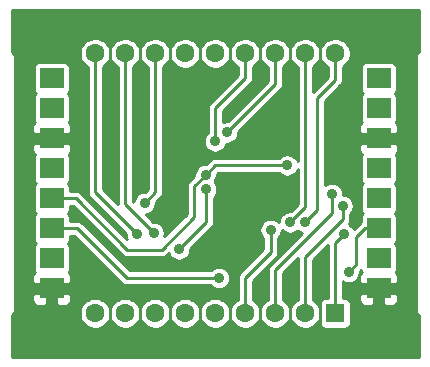
<source format=gbr>
G04 #@! TF.GenerationSoftware,KiCad,Pcbnew,(5.1.5)*
G04 #@! TF.CreationDate,2019-12-08T13:07:27-05:00*
G04 #@! TF.ProjectId,disp,64697370-2e6b-4696-9361-645f70636258,rev?*
G04 #@! TF.SameCoordinates,Original*
G04 #@! TF.FileFunction,Copper,L2,Bot*
G04 #@! TF.FilePolarity,Positive*
%FSLAX46Y46*%
G04 Gerber Fmt 4.6, Leading zero omitted, Abs format (unit mm)*
G04 Created by KiCad (PCBNEW (5.1.5)) date 2019-12-08 13:07:27*
%MOMM*%
%LPD*%
G04 APERTURE LIST*
%ADD10R,1.600000X1.600000*%
%ADD11C,1.600000*%
%ADD12R,2.032000X1.778000*%
%ADD13C,1.143000*%
%ADD14C,0.889000*%
%ADD15C,0.254000*%
G04 APERTURE END LIST*
D10*
X154940000Y-110060000D03*
D11*
X152400000Y-110060000D03*
X149860000Y-110060000D03*
X147320000Y-110060000D03*
X144780000Y-110060000D03*
X142240000Y-110060000D03*
X139700000Y-110060000D03*
X137160000Y-110060000D03*
X134620000Y-110060000D03*
X134620000Y-88060000D03*
X137160000Y-88060000D03*
X139700000Y-88060000D03*
X142240000Y-88060000D03*
X144780000Y-88060000D03*
X147320000Y-88060000D03*
X149860000Y-88060000D03*
X152400000Y-88060000D03*
X154940000Y-88060000D03*
D12*
X130937000Y-90170000D03*
X130937000Y-92710000D03*
X130937000Y-95250000D03*
X130937000Y-97790000D03*
X130937000Y-100330000D03*
X130937000Y-102870000D03*
X130937000Y-105410000D03*
X130937000Y-107950000D03*
X158623000Y-107950000D03*
X158623000Y-105410000D03*
X158623000Y-102870000D03*
X158623000Y-100330000D03*
X158623000Y-97790000D03*
X158623000Y-95250000D03*
X158623000Y-92710000D03*
X158623000Y-90170000D03*
D13*
X148590000Y-111760000D03*
X140970000Y-111760000D03*
X140970000Y-86360000D03*
X148590000Y-86360000D03*
X141478000Y-92964000D03*
X141478000Y-94234000D03*
X145542000Y-105410000D03*
X147447000Y-103886000D03*
X133223000Y-99060000D03*
X158623000Y-111760000D03*
X130937000Y-111760000D03*
X130937000Y-86360000D03*
X158623000Y-86360000D03*
X155194000Y-91694000D03*
D14*
X150876000Y-97536000D03*
X143964052Y-98351948D03*
X156083000Y-106553000D03*
X145097520Y-107061000D03*
X141732006Y-104648000D03*
X144018000Y-99567998D03*
X138811000Y-100711000D03*
X138176000Y-103378000D03*
X139573000Y-103251000D03*
X149479000Y-102997000D03*
X151130000Y-102362000D03*
X152400000Y-102362000D03*
X155702000Y-103378000D03*
X155575000Y-100965000D03*
X154686000Y-99949000D03*
X144780000Y-95504000D03*
X145796000Y-94742000D03*
D15*
X140970000Y-86360000D02*
X138430000Y-86360000D01*
X143510000Y-86360000D02*
X140970000Y-86360000D01*
X146050000Y-86360000D02*
X143510000Y-86360000D01*
X148590000Y-86360000D02*
X146050000Y-86360000D01*
X146050000Y-111760000D02*
X146050000Y-105918000D01*
X146050000Y-105918000D02*
X145542000Y-105410000D01*
X141478000Y-92964000D02*
X141478000Y-94234000D01*
X153670000Y-111760000D02*
X153670000Y-108966000D01*
X151130000Y-111760000D02*
X151130000Y-109601000D01*
X148590000Y-111760000D02*
X148590000Y-109601000D01*
X143510000Y-111760000D02*
X143510000Y-109601000D01*
X140970000Y-111760000D02*
X140970000Y-109601000D01*
X138430000Y-111760000D02*
X138430000Y-109601000D01*
X146050000Y-111760000D02*
X143510000Y-111760000D01*
X143510000Y-111760000D02*
X140970000Y-111760000D01*
X140970000Y-111760000D02*
X138430000Y-111760000D01*
X138430000Y-111760000D02*
X135890000Y-111760000D01*
X135890000Y-111760000D02*
X135890000Y-109601000D01*
X148590000Y-86360000D02*
X148590000Y-88519000D01*
X138430000Y-86360000D02*
X138430000Y-88519000D01*
X140970000Y-86360000D02*
X140970000Y-88519000D01*
X143510000Y-86360000D02*
X143510000Y-88519000D01*
X146050000Y-86360000D02*
X146050000Y-88519000D01*
X151130000Y-86360000D02*
X151130000Y-88519000D01*
X153670000Y-86360000D02*
X153670000Y-88519000D01*
X148590000Y-86360000D02*
X151130000Y-86360000D01*
X151130000Y-86360000D02*
X153670000Y-86360000D01*
X135890000Y-86360000D02*
X135890000Y-88519000D01*
X145542000Y-105410000D02*
X146177000Y-105410000D01*
X146177000Y-105410000D02*
X147447000Y-103886000D01*
X130937000Y-95250000D02*
X132461000Y-95250000D01*
X133223000Y-96012000D02*
X133223000Y-99060000D01*
X132461000Y-95250000D02*
X133223000Y-96012000D01*
X158623000Y-111760000D02*
X153670000Y-111760000D01*
X153670000Y-111760000D02*
X151130000Y-111760000D01*
X151130000Y-111760000D02*
X148590000Y-111760000D01*
X148590000Y-111760000D02*
X146050000Y-111760000D01*
X138430000Y-86360000D02*
X135890000Y-86360000D01*
X135890000Y-86360000D02*
X130937000Y-86360000D01*
X156718000Y-89662000D02*
X156718000Y-88138000D01*
X155194000Y-91440000D02*
X156718000Y-89662000D01*
X156718000Y-88138000D02*
X158623000Y-86360000D01*
X155194000Y-91694000D02*
X155194000Y-91440000D01*
X150876000Y-97536000D02*
X144780000Y-97536000D01*
X144780000Y-97536000D02*
X143964052Y-98351948D01*
X143002000Y-101930198D02*
X143002000Y-99314000D01*
X137325099Y-104686099D02*
X140246099Y-104686099D01*
X130937000Y-100330000D02*
X132969000Y-100330000D01*
X132969000Y-100330000D02*
X137325099Y-104686099D01*
X140246099Y-104686099D02*
X143002000Y-101930198D01*
X143002000Y-99314000D02*
X143964052Y-98351948D01*
X156083000Y-106553000D02*
X156718000Y-105918000D01*
X156718000Y-103632000D02*
X157480000Y-102870000D01*
X156718000Y-105918000D02*
X156718000Y-103632000D01*
X157480000Y-102870000D02*
X158623000Y-102870000D01*
X158623000Y-102870000D02*
X158470600Y-102870000D01*
X133096000Y-102870000D02*
X137287000Y-107061000D01*
X130937000Y-102870000D02*
X133096000Y-102870000D01*
X137287000Y-107061000D02*
X145097520Y-107061000D01*
X144018000Y-102362006D02*
X144018000Y-99567998D01*
X141732006Y-104648000D02*
X144018000Y-102362006D01*
X138811000Y-100711000D02*
X139700000Y-99822000D01*
X139700000Y-99822000D02*
X139700000Y-88060000D01*
X134620000Y-99822000D02*
X134620000Y-88060000D01*
X138176000Y-103378000D02*
X134620000Y-99822000D01*
X137160000Y-100838000D02*
X139573000Y-103251000D01*
X137160000Y-88060000D02*
X137160000Y-100838000D01*
X149479000Y-104902000D02*
X149479000Y-102997000D01*
X147320000Y-107061000D02*
X149479000Y-104902000D01*
X147320000Y-110060000D02*
X147320000Y-107061000D01*
X151130000Y-102362000D02*
X152400000Y-101092000D01*
X152400000Y-101092000D02*
X152400000Y-88060000D01*
X152400000Y-102362000D02*
X153416010Y-101345990D01*
X153416010Y-101345990D02*
X153416010Y-91820990D01*
X153416010Y-91820990D02*
X154940000Y-90297000D01*
X154940000Y-90297000D02*
X154940000Y-88060000D01*
X155702000Y-103378000D02*
X154940000Y-104140000D01*
X154940000Y-104140000D02*
X154940000Y-110060000D01*
X155575000Y-100965000D02*
X155575000Y-102108000D01*
X155575000Y-102108000D02*
X152400000Y-105283000D01*
X152400000Y-105283000D02*
X152400000Y-110060000D01*
X154686000Y-99949000D02*
X154686000Y-101600000D01*
X154686000Y-101600000D02*
X149860000Y-106426000D01*
X149860000Y-106426000D02*
X149860000Y-110060000D01*
X147320000Y-88060000D02*
X147320000Y-90170000D01*
X147320000Y-90170000D02*
X144780000Y-92710000D01*
X144780000Y-92710000D02*
X144780000Y-95504000D01*
X147320000Y-88060000D02*
X147320000Y-88646000D01*
X149860000Y-88060000D02*
X149860000Y-90678000D01*
X149860000Y-90678000D02*
X145796000Y-94742000D01*
G36*
X162002001Y-87921782D02*
G01*
X161994492Y-87925796D01*
X161909526Y-87995526D01*
X161839796Y-88080492D01*
X161787982Y-88177430D01*
X161756075Y-88282613D01*
X161745301Y-88392000D01*
X161748001Y-88419413D01*
X161748000Y-109700597D01*
X161745301Y-109728000D01*
X161756075Y-109837387D01*
X161787982Y-109942570D01*
X161839796Y-110039508D01*
X161909526Y-110124474D01*
X161994492Y-110194204D01*
X162002000Y-110198217D01*
X162002001Y-113742000D01*
X127558000Y-113742000D01*
X127558000Y-110198217D01*
X127565508Y-110194204D01*
X127650474Y-110124474D01*
X127720204Y-110039508D01*
X127772018Y-109942570D01*
X127803925Y-109837387D01*
X127812000Y-109755403D01*
X127812000Y-109755402D01*
X127814699Y-109728000D01*
X127812000Y-109700597D01*
X127812000Y-108839000D01*
X129282928Y-108839000D01*
X129295188Y-108963482D01*
X129331498Y-109083180D01*
X129390463Y-109193494D01*
X129469815Y-109290185D01*
X129566506Y-109369537D01*
X129676820Y-109428502D01*
X129796518Y-109464812D01*
X129921000Y-109477072D01*
X130397250Y-109474000D01*
X130556000Y-109315250D01*
X130556000Y-108331000D01*
X131318000Y-108331000D01*
X131318000Y-109315250D01*
X131476750Y-109474000D01*
X131953000Y-109477072D01*
X132077482Y-109464812D01*
X132197180Y-109428502D01*
X132307494Y-109369537D01*
X132404185Y-109290185D01*
X132483537Y-109193494D01*
X132542502Y-109083180D01*
X132578812Y-108963482D01*
X132591072Y-108839000D01*
X132588000Y-108489750D01*
X132429250Y-108331000D01*
X131318000Y-108331000D01*
X130556000Y-108331000D01*
X129444750Y-108331000D01*
X129286000Y-108489750D01*
X129282928Y-108839000D01*
X127812000Y-108839000D01*
X127812000Y-96139000D01*
X129282928Y-96139000D01*
X129295188Y-96263482D01*
X129331498Y-96383180D01*
X129390463Y-96493494D01*
X129469815Y-96590185D01*
X129499151Y-96614261D01*
X129496571Y-96617405D01*
X129449399Y-96705657D01*
X129420351Y-96801415D01*
X129410543Y-96901000D01*
X129410543Y-98679000D01*
X129420351Y-98778585D01*
X129449399Y-98874343D01*
X129496571Y-98962595D01*
X129560052Y-99039948D01*
X129584486Y-99060000D01*
X129560052Y-99080052D01*
X129496571Y-99157405D01*
X129449399Y-99245657D01*
X129420351Y-99341415D01*
X129410543Y-99441000D01*
X129410543Y-101219000D01*
X129420351Y-101318585D01*
X129449399Y-101414343D01*
X129496571Y-101502595D01*
X129560052Y-101579948D01*
X129584486Y-101600000D01*
X129560052Y-101620052D01*
X129496571Y-101697405D01*
X129449399Y-101785657D01*
X129420351Y-101881415D01*
X129410543Y-101981000D01*
X129410543Y-103759000D01*
X129420351Y-103858585D01*
X129449399Y-103954343D01*
X129496571Y-104042595D01*
X129560052Y-104119948D01*
X129584486Y-104140000D01*
X129560052Y-104160052D01*
X129496571Y-104237405D01*
X129449399Y-104325657D01*
X129420351Y-104421415D01*
X129410543Y-104521000D01*
X129410543Y-106299000D01*
X129420351Y-106398585D01*
X129449399Y-106494343D01*
X129496571Y-106582595D01*
X129499151Y-106585739D01*
X129469815Y-106609815D01*
X129390463Y-106706506D01*
X129331498Y-106816820D01*
X129295188Y-106936518D01*
X129282928Y-107061000D01*
X129286000Y-107410250D01*
X129444750Y-107569000D01*
X130556000Y-107569000D01*
X130556000Y-107549000D01*
X131318000Y-107549000D01*
X131318000Y-107569000D01*
X132429250Y-107569000D01*
X132588000Y-107410250D01*
X132591072Y-107061000D01*
X132578812Y-106936518D01*
X132542502Y-106816820D01*
X132483537Y-106706506D01*
X132404185Y-106609815D01*
X132374849Y-106585739D01*
X132377429Y-106582595D01*
X132424601Y-106494343D01*
X132453649Y-106398585D01*
X132463457Y-106299000D01*
X132463457Y-104521000D01*
X132453649Y-104421415D01*
X132424601Y-104325657D01*
X132377429Y-104237405D01*
X132313948Y-104160052D01*
X132289514Y-104140000D01*
X132313948Y-104119948D01*
X132377429Y-104042595D01*
X132424601Y-103954343D01*
X132453649Y-103858585D01*
X132463457Y-103759000D01*
X132463457Y-103505000D01*
X132832976Y-103505000D01*
X136815930Y-107487955D01*
X136835815Y-107512185D01*
X136932506Y-107591537D01*
X137042820Y-107650502D01*
X137162518Y-107686812D01*
X137255808Y-107696000D01*
X137255818Y-107696000D01*
X137286999Y-107699071D01*
X137318180Y-107696000D01*
X144385481Y-107696000D01*
X144490336Y-107800855D01*
X144646342Y-107905095D01*
X144819686Y-107976896D01*
X145003707Y-108013500D01*
X145191333Y-108013500D01*
X145375354Y-107976896D01*
X145548698Y-107905095D01*
X145704704Y-107800855D01*
X145837375Y-107668184D01*
X145941615Y-107512178D01*
X146013416Y-107338834D01*
X146050020Y-107154813D01*
X146050020Y-106967187D01*
X146013416Y-106783166D01*
X145941615Y-106609822D01*
X145837375Y-106453816D01*
X145704704Y-106321145D01*
X145548698Y-106216905D01*
X145375354Y-106145104D01*
X145191333Y-106108500D01*
X145003707Y-106108500D01*
X144819686Y-106145104D01*
X144646342Y-106216905D01*
X144490336Y-106321145D01*
X144385481Y-106426000D01*
X137550025Y-106426000D01*
X133567074Y-102443050D01*
X133547185Y-102418815D01*
X133450494Y-102339463D01*
X133340180Y-102280498D01*
X133220482Y-102244188D01*
X133127192Y-102235000D01*
X133127181Y-102235000D01*
X133096000Y-102231929D01*
X133064819Y-102235000D01*
X132463457Y-102235000D01*
X132463457Y-101981000D01*
X132453649Y-101881415D01*
X132424601Y-101785657D01*
X132377429Y-101697405D01*
X132313948Y-101620052D01*
X132289514Y-101600000D01*
X132313948Y-101579948D01*
X132377429Y-101502595D01*
X132424601Y-101414343D01*
X132453649Y-101318585D01*
X132463457Y-101219000D01*
X132463457Y-100965000D01*
X132705976Y-100965000D01*
X136854029Y-105113054D01*
X136873914Y-105137284D01*
X136898142Y-105157167D01*
X136970604Y-105216636D01*
X137009030Y-105237175D01*
X137080919Y-105275601D01*
X137200617Y-105311911D01*
X137293907Y-105321099D01*
X137293917Y-105321099D01*
X137325098Y-105324170D01*
X137356279Y-105321099D01*
X140214918Y-105321099D01*
X140246099Y-105324170D01*
X140277280Y-105321099D01*
X140277291Y-105321099D01*
X140370581Y-105311911D01*
X140490279Y-105275601D01*
X140600593Y-105216636D01*
X140697284Y-105137284D01*
X140717173Y-105113049D01*
X140841966Y-104988256D01*
X140887911Y-105099178D01*
X140992151Y-105255184D01*
X141124822Y-105387855D01*
X141280828Y-105492095D01*
X141454172Y-105563896D01*
X141638193Y-105600500D01*
X141825819Y-105600500D01*
X142009840Y-105563896D01*
X142183184Y-105492095D01*
X142339190Y-105387855D01*
X142471861Y-105255184D01*
X142576101Y-105099178D01*
X142647902Y-104925834D01*
X142684506Y-104741813D01*
X142684506Y-104593524D01*
X144444964Y-102833068D01*
X144469185Y-102813191D01*
X144489065Y-102788967D01*
X144489069Y-102788963D01*
X144548538Y-102716500D01*
X144607502Y-102606186D01*
X144607504Y-102606179D01*
X144643812Y-102486488D01*
X144653000Y-102393198D01*
X144653000Y-102393195D01*
X144656072Y-102362006D01*
X144653000Y-102330817D01*
X144653000Y-100280037D01*
X144757855Y-100175182D01*
X144862095Y-100019176D01*
X144933896Y-99845832D01*
X144970500Y-99661811D01*
X144970500Y-99474185D01*
X144933896Y-99290164D01*
X144862095Y-99116820D01*
X144757855Y-98960814D01*
X144724842Y-98927801D01*
X144808147Y-98803126D01*
X144879948Y-98629782D01*
X144916552Y-98445761D01*
X144916552Y-98297473D01*
X145043026Y-98171000D01*
X150163961Y-98171000D01*
X150268816Y-98275855D01*
X150424822Y-98380095D01*
X150598166Y-98451896D01*
X150782187Y-98488500D01*
X150969813Y-98488500D01*
X151153834Y-98451896D01*
X151327178Y-98380095D01*
X151483184Y-98275855D01*
X151615855Y-98143184D01*
X151720095Y-97987178D01*
X151765000Y-97878766D01*
X151765000Y-100828975D01*
X151184476Y-101409500D01*
X151036187Y-101409500D01*
X150852166Y-101446104D01*
X150678822Y-101517905D01*
X150522816Y-101622145D01*
X150390145Y-101754816D01*
X150285905Y-101910822D01*
X150214104Y-102084166D01*
X150177500Y-102268187D01*
X150177500Y-102348461D01*
X150086184Y-102257145D01*
X149930178Y-102152905D01*
X149756834Y-102081104D01*
X149572813Y-102044500D01*
X149385187Y-102044500D01*
X149201166Y-102081104D01*
X149027822Y-102152905D01*
X148871816Y-102257145D01*
X148739145Y-102389816D01*
X148634905Y-102545822D01*
X148563104Y-102719166D01*
X148526500Y-102903187D01*
X148526500Y-103090813D01*
X148563104Y-103274834D01*
X148634905Y-103448178D01*
X148739145Y-103604184D01*
X148844001Y-103709040D01*
X148844000Y-104638975D01*
X146893046Y-106589930D01*
X146868816Y-106609815D01*
X146848933Y-106634043D01*
X146848932Y-106634044D01*
X146789463Y-106706507D01*
X146730498Y-106816821D01*
X146712187Y-106877185D01*
X146694189Y-106936518D01*
X146687525Y-107004178D01*
X146681929Y-107061000D01*
X146685001Y-107092191D01*
X146685000Y-108911175D01*
X146486199Y-109044010D01*
X146304010Y-109226199D01*
X146160865Y-109440430D01*
X146062266Y-109678470D01*
X146050000Y-109740135D01*
X146037734Y-109678470D01*
X145939135Y-109440430D01*
X145795990Y-109226199D01*
X145613801Y-109044010D01*
X145399570Y-108900865D01*
X145161530Y-108802266D01*
X144908827Y-108752000D01*
X144651173Y-108752000D01*
X144398470Y-108802266D01*
X144160430Y-108900865D01*
X143946199Y-109044010D01*
X143764010Y-109226199D01*
X143620865Y-109440430D01*
X143522266Y-109678470D01*
X143510000Y-109740135D01*
X143497734Y-109678470D01*
X143399135Y-109440430D01*
X143255990Y-109226199D01*
X143073801Y-109044010D01*
X142859570Y-108900865D01*
X142621530Y-108802266D01*
X142368827Y-108752000D01*
X142111173Y-108752000D01*
X141858470Y-108802266D01*
X141620430Y-108900865D01*
X141406199Y-109044010D01*
X141224010Y-109226199D01*
X141080865Y-109440430D01*
X140982266Y-109678470D01*
X140970000Y-109740135D01*
X140957734Y-109678470D01*
X140859135Y-109440430D01*
X140715990Y-109226199D01*
X140533801Y-109044010D01*
X140319570Y-108900865D01*
X140081530Y-108802266D01*
X139828827Y-108752000D01*
X139571173Y-108752000D01*
X139318470Y-108802266D01*
X139080430Y-108900865D01*
X138866199Y-109044010D01*
X138684010Y-109226199D01*
X138540865Y-109440430D01*
X138442266Y-109678470D01*
X138430000Y-109740135D01*
X138417734Y-109678470D01*
X138319135Y-109440430D01*
X138175990Y-109226199D01*
X137993801Y-109044010D01*
X137779570Y-108900865D01*
X137541530Y-108802266D01*
X137288827Y-108752000D01*
X137031173Y-108752000D01*
X136778470Y-108802266D01*
X136540430Y-108900865D01*
X136326199Y-109044010D01*
X136144010Y-109226199D01*
X136000865Y-109440430D01*
X135902266Y-109678470D01*
X135890000Y-109740135D01*
X135877734Y-109678470D01*
X135779135Y-109440430D01*
X135635990Y-109226199D01*
X135453801Y-109044010D01*
X135239570Y-108900865D01*
X135001530Y-108802266D01*
X134748827Y-108752000D01*
X134491173Y-108752000D01*
X134238470Y-108802266D01*
X134000430Y-108900865D01*
X133786199Y-109044010D01*
X133604010Y-109226199D01*
X133460865Y-109440430D01*
X133362266Y-109678470D01*
X133312000Y-109931173D01*
X133312000Y-110188827D01*
X133362266Y-110441530D01*
X133460865Y-110679570D01*
X133604010Y-110893801D01*
X133786199Y-111075990D01*
X134000430Y-111219135D01*
X134238470Y-111317734D01*
X134491173Y-111368000D01*
X134748827Y-111368000D01*
X135001530Y-111317734D01*
X135239570Y-111219135D01*
X135453801Y-111075990D01*
X135635990Y-110893801D01*
X135779135Y-110679570D01*
X135877734Y-110441530D01*
X135890000Y-110379865D01*
X135902266Y-110441530D01*
X136000865Y-110679570D01*
X136144010Y-110893801D01*
X136326199Y-111075990D01*
X136540430Y-111219135D01*
X136778470Y-111317734D01*
X137031173Y-111368000D01*
X137288827Y-111368000D01*
X137541530Y-111317734D01*
X137779570Y-111219135D01*
X137993801Y-111075990D01*
X138175990Y-110893801D01*
X138319135Y-110679570D01*
X138417734Y-110441530D01*
X138430000Y-110379865D01*
X138442266Y-110441530D01*
X138540865Y-110679570D01*
X138684010Y-110893801D01*
X138866199Y-111075990D01*
X139080430Y-111219135D01*
X139318470Y-111317734D01*
X139571173Y-111368000D01*
X139828827Y-111368000D01*
X140081530Y-111317734D01*
X140319570Y-111219135D01*
X140533801Y-111075990D01*
X140715990Y-110893801D01*
X140859135Y-110679570D01*
X140957734Y-110441530D01*
X140970000Y-110379865D01*
X140982266Y-110441530D01*
X141080865Y-110679570D01*
X141224010Y-110893801D01*
X141406199Y-111075990D01*
X141620430Y-111219135D01*
X141858470Y-111317734D01*
X142111173Y-111368000D01*
X142368827Y-111368000D01*
X142621530Y-111317734D01*
X142859570Y-111219135D01*
X143073801Y-111075990D01*
X143255990Y-110893801D01*
X143399135Y-110679570D01*
X143497734Y-110441530D01*
X143510000Y-110379865D01*
X143522266Y-110441530D01*
X143620865Y-110679570D01*
X143764010Y-110893801D01*
X143946199Y-111075990D01*
X144160430Y-111219135D01*
X144398470Y-111317734D01*
X144651173Y-111368000D01*
X144908827Y-111368000D01*
X145161530Y-111317734D01*
X145399570Y-111219135D01*
X145613801Y-111075990D01*
X145795990Y-110893801D01*
X145939135Y-110679570D01*
X146037734Y-110441530D01*
X146050000Y-110379865D01*
X146062266Y-110441530D01*
X146160865Y-110679570D01*
X146304010Y-110893801D01*
X146486199Y-111075990D01*
X146700430Y-111219135D01*
X146938470Y-111317734D01*
X147191173Y-111368000D01*
X147448827Y-111368000D01*
X147701530Y-111317734D01*
X147939570Y-111219135D01*
X148153801Y-111075990D01*
X148335990Y-110893801D01*
X148479135Y-110679570D01*
X148577734Y-110441530D01*
X148590000Y-110379865D01*
X148602266Y-110441530D01*
X148700865Y-110679570D01*
X148844010Y-110893801D01*
X149026199Y-111075990D01*
X149240430Y-111219135D01*
X149478470Y-111317734D01*
X149731173Y-111368000D01*
X149988827Y-111368000D01*
X150241530Y-111317734D01*
X150479570Y-111219135D01*
X150693801Y-111075990D01*
X150875990Y-110893801D01*
X151019135Y-110679570D01*
X151117734Y-110441530D01*
X151130000Y-110379865D01*
X151142266Y-110441530D01*
X151240865Y-110679570D01*
X151384010Y-110893801D01*
X151566199Y-111075990D01*
X151780430Y-111219135D01*
X152018470Y-111317734D01*
X152271173Y-111368000D01*
X152528827Y-111368000D01*
X152781530Y-111317734D01*
X153019570Y-111219135D01*
X153233801Y-111075990D01*
X153415990Y-110893801D01*
X153559135Y-110679570D01*
X153629543Y-110509589D01*
X153629543Y-110860000D01*
X153639351Y-110959585D01*
X153668399Y-111055343D01*
X153715571Y-111143595D01*
X153779052Y-111220948D01*
X153856405Y-111284429D01*
X153944657Y-111331601D01*
X154040415Y-111360649D01*
X154140000Y-111370457D01*
X155740000Y-111370457D01*
X155839585Y-111360649D01*
X155935343Y-111331601D01*
X156023595Y-111284429D01*
X156100948Y-111220948D01*
X156164429Y-111143595D01*
X156211601Y-111055343D01*
X156240649Y-110959585D01*
X156250457Y-110860000D01*
X156250457Y-109260000D01*
X156240649Y-109160415D01*
X156211601Y-109064657D01*
X156164429Y-108976405D01*
X156100948Y-108899052D01*
X156027774Y-108839000D01*
X156968928Y-108839000D01*
X156981188Y-108963482D01*
X157017498Y-109083180D01*
X157076463Y-109193494D01*
X157155815Y-109290185D01*
X157252506Y-109369537D01*
X157362820Y-109428502D01*
X157482518Y-109464812D01*
X157607000Y-109477072D01*
X158083250Y-109474000D01*
X158242000Y-109315250D01*
X158242000Y-108331000D01*
X159004000Y-108331000D01*
X159004000Y-109315250D01*
X159162750Y-109474000D01*
X159639000Y-109477072D01*
X159763482Y-109464812D01*
X159883180Y-109428502D01*
X159993494Y-109369537D01*
X160090185Y-109290185D01*
X160169537Y-109193494D01*
X160228502Y-109083180D01*
X160264812Y-108963482D01*
X160277072Y-108839000D01*
X160274000Y-108489750D01*
X160115250Y-108331000D01*
X159004000Y-108331000D01*
X158242000Y-108331000D01*
X157130750Y-108331000D01*
X156972000Y-108489750D01*
X156968928Y-108839000D01*
X156027774Y-108839000D01*
X156023595Y-108835571D01*
X155935343Y-108788399D01*
X155839585Y-108759351D01*
X155740000Y-108749543D01*
X155575000Y-108749543D01*
X155575000Y-107359128D01*
X155631822Y-107397095D01*
X155805166Y-107468896D01*
X155989187Y-107505500D01*
X156176813Y-107505500D01*
X156360834Y-107468896D01*
X156534178Y-107397095D01*
X156690184Y-107292855D01*
X156822855Y-107160184D01*
X156927095Y-107004178D01*
X156998896Y-106830834D01*
X157035500Y-106646813D01*
X157035500Y-106498526D01*
X157113122Y-106420904D01*
X157135399Y-106494343D01*
X157182571Y-106582595D01*
X157185151Y-106585739D01*
X157155815Y-106609815D01*
X157076463Y-106706506D01*
X157017498Y-106816820D01*
X156981188Y-106936518D01*
X156968928Y-107061000D01*
X156972000Y-107410250D01*
X157130750Y-107569000D01*
X158242000Y-107569000D01*
X158242000Y-107549000D01*
X159004000Y-107549000D01*
X159004000Y-107569000D01*
X160115250Y-107569000D01*
X160274000Y-107410250D01*
X160277072Y-107061000D01*
X160264812Y-106936518D01*
X160228502Y-106816820D01*
X160169537Y-106706506D01*
X160090185Y-106609815D01*
X160060849Y-106585739D01*
X160063429Y-106582595D01*
X160110601Y-106494343D01*
X160139649Y-106398585D01*
X160149457Y-106299000D01*
X160149457Y-104521000D01*
X160139649Y-104421415D01*
X160110601Y-104325657D01*
X160063429Y-104237405D01*
X159999948Y-104160052D01*
X159975514Y-104140000D01*
X159999948Y-104119948D01*
X160063429Y-104042595D01*
X160110601Y-103954343D01*
X160139649Y-103858585D01*
X160149457Y-103759000D01*
X160149457Y-101981000D01*
X160139649Y-101881415D01*
X160110601Y-101785657D01*
X160063429Y-101697405D01*
X159999948Y-101620052D01*
X159975514Y-101600000D01*
X159999948Y-101579948D01*
X160063429Y-101502595D01*
X160110601Y-101414343D01*
X160139649Y-101318585D01*
X160149457Y-101219000D01*
X160149457Y-99441000D01*
X160139649Y-99341415D01*
X160110601Y-99245657D01*
X160063429Y-99157405D01*
X159999948Y-99080052D01*
X159975514Y-99060000D01*
X159999948Y-99039948D01*
X160063429Y-98962595D01*
X160110601Y-98874343D01*
X160139649Y-98778585D01*
X160149457Y-98679000D01*
X160149457Y-96901000D01*
X160139649Y-96801415D01*
X160110601Y-96705657D01*
X160063429Y-96617405D01*
X160060849Y-96614261D01*
X160090185Y-96590185D01*
X160169537Y-96493494D01*
X160228502Y-96383180D01*
X160264812Y-96263482D01*
X160277072Y-96139000D01*
X160274000Y-95789750D01*
X160115250Y-95631000D01*
X159004000Y-95631000D01*
X159004000Y-95651000D01*
X158242000Y-95651000D01*
X158242000Y-95631000D01*
X157130750Y-95631000D01*
X156972000Y-95789750D01*
X156968928Y-96139000D01*
X156981188Y-96263482D01*
X157017498Y-96383180D01*
X157076463Y-96493494D01*
X157155815Y-96590185D01*
X157185151Y-96614261D01*
X157182571Y-96617405D01*
X157135399Y-96705657D01*
X157106351Y-96801415D01*
X157096543Y-96901000D01*
X157096543Y-98679000D01*
X157106351Y-98778585D01*
X157135399Y-98874343D01*
X157182571Y-98962595D01*
X157246052Y-99039948D01*
X157270486Y-99060000D01*
X157246052Y-99080052D01*
X157182571Y-99157405D01*
X157135399Y-99245657D01*
X157106351Y-99341415D01*
X157096543Y-99441000D01*
X157096543Y-101219000D01*
X157106351Y-101318585D01*
X157135399Y-101414343D01*
X157182571Y-101502595D01*
X157246052Y-101579948D01*
X157270486Y-101600000D01*
X157246052Y-101620052D01*
X157182571Y-101697405D01*
X157135399Y-101785657D01*
X157106351Y-101881415D01*
X157096543Y-101981000D01*
X157096543Y-102363231D01*
X157053043Y-102398931D01*
X157053039Y-102398935D01*
X157028815Y-102418815D01*
X157008934Y-102443040D01*
X156537707Y-102914268D01*
X156441855Y-102770816D01*
X156309184Y-102638145D01*
X156153178Y-102533905D01*
X156073886Y-102501061D01*
X156105537Y-102462494D01*
X156164502Y-102352180D01*
X156200812Y-102232482D01*
X156210000Y-102139192D01*
X156210000Y-102139182D01*
X156213071Y-102108001D01*
X156210000Y-102076820D01*
X156210000Y-101677039D01*
X156314855Y-101572184D01*
X156419095Y-101416178D01*
X156490896Y-101242834D01*
X156527500Y-101058813D01*
X156527500Y-100871187D01*
X156490896Y-100687166D01*
X156419095Y-100513822D01*
X156314855Y-100357816D01*
X156182184Y-100225145D01*
X156026178Y-100120905D01*
X155852834Y-100049104D01*
X155668813Y-100012500D01*
X155638500Y-100012500D01*
X155638500Y-99855187D01*
X155601896Y-99671166D01*
X155530095Y-99497822D01*
X155425855Y-99341816D01*
X155293184Y-99209145D01*
X155137178Y-99104905D01*
X154963834Y-99033104D01*
X154779813Y-98996500D01*
X154592187Y-98996500D01*
X154408166Y-99033104D01*
X154234822Y-99104905D01*
X154078816Y-99209145D01*
X154051010Y-99236951D01*
X154051010Y-94361000D01*
X156968928Y-94361000D01*
X156972000Y-94710250D01*
X157130750Y-94869000D01*
X158242000Y-94869000D01*
X158242000Y-94849000D01*
X159004000Y-94849000D01*
X159004000Y-94869000D01*
X160115250Y-94869000D01*
X160274000Y-94710250D01*
X160277072Y-94361000D01*
X160264812Y-94236518D01*
X160228502Y-94116820D01*
X160169537Y-94006506D01*
X160090185Y-93909815D01*
X160060849Y-93885739D01*
X160063429Y-93882595D01*
X160110601Y-93794343D01*
X160139649Y-93698585D01*
X160149457Y-93599000D01*
X160149457Y-91821000D01*
X160139649Y-91721415D01*
X160110601Y-91625657D01*
X160063429Y-91537405D01*
X159999948Y-91460052D01*
X159975514Y-91440000D01*
X159999948Y-91419948D01*
X160063429Y-91342595D01*
X160110601Y-91254343D01*
X160139649Y-91158585D01*
X160149457Y-91059000D01*
X160149457Y-89281000D01*
X160139649Y-89181415D01*
X160110601Y-89085657D01*
X160063429Y-88997405D01*
X159999948Y-88920052D01*
X159922595Y-88856571D01*
X159834343Y-88809399D01*
X159738585Y-88780351D01*
X159639000Y-88770543D01*
X157607000Y-88770543D01*
X157507415Y-88780351D01*
X157411657Y-88809399D01*
X157323405Y-88856571D01*
X157246052Y-88920052D01*
X157182571Y-88997405D01*
X157135399Y-89085657D01*
X157106351Y-89181415D01*
X157096543Y-89281000D01*
X157096543Y-91059000D01*
X157106351Y-91158585D01*
X157135399Y-91254343D01*
X157182571Y-91342595D01*
X157246052Y-91419948D01*
X157270486Y-91440000D01*
X157246052Y-91460052D01*
X157182571Y-91537405D01*
X157135399Y-91625657D01*
X157106351Y-91721415D01*
X157096543Y-91821000D01*
X157096543Y-93599000D01*
X157106351Y-93698585D01*
X157135399Y-93794343D01*
X157182571Y-93882595D01*
X157185151Y-93885739D01*
X157155815Y-93909815D01*
X157076463Y-94006506D01*
X157017498Y-94116820D01*
X156981188Y-94236518D01*
X156968928Y-94361000D01*
X154051010Y-94361000D01*
X154051010Y-92084014D01*
X155366956Y-90768069D01*
X155391185Y-90748185D01*
X155430289Y-90700537D01*
X155470537Y-90651495D01*
X155491076Y-90613069D01*
X155529502Y-90541180D01*
X155565812Y-90421482D01*
X155575000Y-90328192D01*
X155575000Y-90328182D01*
X155578071Y-90297001D01*
X155575000Y-90265820D01*
X155575000Y-89208825D01*
X155773801Y-89075990D01*
X155955990Y-88893801D01*
X156099135Y-88679570D01*
X156197734Y-88441530D01*
X156248000Y-88188827D01*
X156248000Y-87931173D01*
X156197734Y-87678470D01*
X156099135Y-87440430D01*
X155955990Y-87226199D01*
X155773801Y-87044010D01*
X155559570Y-86900865D01*
X155321530Y-86802266D01*
X155068827Y-86752000D01*
X154811173Y-86752000D01*
X154558470Y-86802266D01*
X154320430Y-86900865D01*
X154106199Y-87044010D01*
X153924010Y-87226199D01*
X153780865Y-87440430D01*
X153682266Y-87678470D01*
X153670000Y-87740135D01*
X153657734Y-87678470D01*
X153559135Y-87440430D01*
X153415990Y-87226199D01*
X153233801Y-87044010D01*
X153019570Y-86900865D01*
X152781530Y-86802266D01*
X152528827Y-86752000D01*
X152271173Y-86752000D01*
X152018470Y-86802266D01*
X151780430Y-86900865D01*
X151566199Y-87044010D01*
X151384010Y-87226199D01*
X151240865Y-87440430D01*
X151142266Y-87678470D01*
X151130000Y-87740135D01*
X151117734Y-87678470D01*
X151019135Y-87440430D01*
X150875990Y-87226199D01*
X150693801Y-87044010D01*
X150479570Y-86900865D01*
X150241530Y-86802266D01*
X149988827Y-86752000D01*
X149731173Y-86752000D01*
X149478470Y-86802266D01*
X149240430Y-86900865D01*
X149026199Y-87044010D01*
X148844010Y-87226199D01*
X148700865Y-87440430D01*
X148602266Y-87678470D01*
X148590000Y-87740135D01*
X148577734Y-87678470D01*
X148479135Y-87440430D01*
X148335990Y-87226199D01*
X148153801Y-87044010D01*
X147939570Y-86900865D01*
X147701530Y-86802266D01*
X147448827Y-86752000D01*
X147191173Y-86752000D01*
X146938470Y-86802266D01*
X146700430Y-86900865D01*
X146486199Y-87044010D01*
X146304010Y-87226199D01*
X146160865Y-87440430D01*
X146062266Y-87678470D01*
X146050000Y-87740135D01*
X146037734Y-87678470D01*
X145939135Y-87440430D01*
X145795990Y-87226199D01*
X145613801Y-87044010D01*
X145399570Y-86900865D01*
X145161530Y-86802266D01*
X144908827Y-86752000D01*
X144651173Y-86752000D01*
X144398470Y-86802266D01*
X144160430Y-86900865D01*
X143946199Y-87044010D01*
X143764010Y-87226199D01*
X143620865Y-87440430D01*
X143522266Y-87678470D01*
X143510000Y-87740135D01*
X143497734Y-87678470D01*
X143399135Y-87440430D01*
X143255990Y-87226199D01*
X143073801Y-87044010D01*
X142859570Y-86900865D01*
X142621530Y-86802266D01*
X142368827Y-86752000D01*
X142111173Y-86752000D01*
X141858470Y-86802266D01*
X141620430Y-86900865D01*
X141406199Y-87044010D01*
X141224010Y-87226199D01*
X141080865Y-87440430D01*
X140982266Y-87678470D01*
X140970000Y-87740135D01*
X140957734Y-87678470D01*
X140859135Y-87440430D01*
X140715990Y-87226199D01*
X140533801Y-87044010D01*
X140319570Y-86900865D01*
X140081530Y-86802266D01*
X139828827Y-86752000D01*
X139571173Y-86752000D01*
X139318470Y-86802266D01*
X139080430Y-86900865D01*
X138866199Y-87044010D01*
X138684010Y-87226199D01*
X138540865Y-87440430D01*
X138442266Y-87678470D01*
X138430000Y-87740135D01*
X138417734Y-87678470D01*
X138319135Y-87440430D01*
X138175990Y-87226199D01*
X137993801Y-87044010D01*
X137779570Y-86900865D01*
X137541530Y-86802266D01*
X137288827Y-86752000D01*
X137031173Y-86752000D01*
X136778470Y-86802266D01*
X136540430Y-86900865D01*
X136326199Y-87044010D01*
X136144010Y-87226199D01*
X136000865Y-87440430D01*
X135902266Y-87678470D01*
X135890000Y-87740135D01*
X135877734Y-87678470D01*
X135779135Y-87440430D01*
X135635990Y-87226199D01*
X135453801Y-87044010D01*
X135239570Y-86900865D01*
X135001530Y-86802266D01*
X134748827Y-86752000D01*
X134491173Y-86752000D01*
X134238470Y-86802266D01*
X134000430Y-86900865D01*
X133786199Y-87044010D01*
X133604010Y-87226199D01*
X133460865Y-87440430D01*
X133362266Y-87678470D01*
X133312000Y-87931173D01*
X133312000Y-88188827D01*
X133362266Y-88441530D01*
X133460865Y-88679570D01*
X133604010Y-88893801D01*
X133786199Y-89075990D01*
X133985001Y-89208826D01*
X133985000Y-99790819D01*
X133981929Y-99822000D01*
X133985000Y-99853181D01*
X133985000Y-99853191D01*
X133994188Y-99946481D01*
X134030498Y-100066179D01*
X134089463Y-100176493D01*
X134168815Y-100273185D01*
X134193050Y-100293074D01*
X137223500Y-103323526D01*
X137223500Y-103471813D01*
X137260104Y-103655834D01*
X137307653Y-103770628D01*
X133440074Y-99903050D01*
X133420185Y-99878815D01*
X133323494Y-99799463D01*
X133213180Y-99740498D01*
X133093482Y-99704188D01*
X133000192Y-99695000D01*
X133000181Y-99695000D01*
X132969000Y-99691929D01*
X132937819Y-99695000D01*
X132463457Y-99695000D01*
X132463457Y-99441000D01*
X132453649Y-99341415D01*
X132424601Y-99245657D01*
X132377429Y-99157405D01*
X132313948Y-99080052D01*
X132289514Y-99060000D01*
X132313948Y-99039948D01*
X132377429Y-98962595D01*
X132424601Y-98874343D01*
X132453649Y-98778585D01*
X132463457Y-98679000D01*
X132463457Y-96901000D01*
X132453649Y-96801415D01*
X132424601Y-96705657D01*
X132377429Y-96617405D01*
X132374849Y-96614261D01*
X132404185Y-96590185D01*
X132483537Y-96493494D01*
X132542502Y-96383180D01*
X132578812Y-96263482D01*
X132591072Y-96139000D01*
X132588000Y-95789750D01*
X132429250Y-95631000D01*
X131318000Y-95631000D01*
X131318000Y-95651000D01*
X130556000Y-95651000D01*
X130556000Y-95631000D01*
X129444750Y-95631000D01*
X129286000Y-95789750D01*
X129282928Y-96139000D01*
X127812000Y-96139000D01*
X127812000Y-94361000D01*
X129282928Y-94361000D01*
X129286000Y-94710250D01*
X129444750Y-94869000D01*
X130556000Y-94869000D01*
X130556000Y-94849000D01*
X131318000Y-94849000D01*
X131318000Y-94869000D01*
X132429250Y-94869000D01*
X132588000Y-94710250D01*
X132591072Y-94361000D01*
X132578812Y-94236518D01*
X132542502Y-94116820D01*
X132483537Y-94006506D01*
X132404185Y-93909815D01*
X132374849Y-93885739D01*
X132377429Y-93882595D01*
X132424601Y-93794343D01*
X132453649Y-93698585D01*
X132463457Y-93599000D01*
X132463457Y-91821000D01*
X132453649Y-91721415D01*
X132424601Y-91625657D01*
X132377429Y-91537405D01*
X132313948Y-91460052D01*
X132289514Y-91440000D01*
X132313948Y-91419948D01*
X132377429Y-91342595D01*
X132424601Y-91254343D01*
X132453649Y-91158585D01*
X132463457Y-91059000D01*
X132463457Y-89281000D01*
X132453649Y-89181415D01*
X132424601Y-89085657D01*
X132377429Y-88997405D01*
X132313948Y-88920052D01*
X132236595Y-88856571D01*
X132148343Y-88809399D01*
X132052585Y-88780351D01*
X131953000Y-88770543D01*
X129921000Y-88770543D01*
X129821415Y-88780351D01*
X129725657Y-88809399D01*
X129637405Y-88856571D01*
X129560052Y-88920052D01*
X129496571Y-88997405D01*
X129449399Y-89085657D01*
X129420351Y-89181415D01*
X129410543Y-89281000D01*
X129410543Y-91059000D01*
X129420351Y-91158585D01*
X129449399Y-91254343D01*
X129496571Y-91342595D01*
X129560052Y-91419948D01*
X129584486Y-91440000D01*
X129560052Y-91460052D01*
X129496571Y-91537405D01*
X129449399Y-91625657D01*
X129420351Y-91721415D01*
X129410543Y-91821000D01*
X129410543Y-93599000D01*
X129420351Y-93698585D01*
X129449399Y-93794343D01*
X129496571Y-93882595D01*
X129499151Y-93885739D01*
X129469815Y-93909815D01*
X129390463Y-94006506D01*
X129331498Y-94116820D01*
X129295188Y-94236518D01*
X129282928Y-94361000D01*
X127812000Y-94361000D01*
X127812000Y-88419403D01*
X127814699Y-88392000D01*
X127803925Y-88282613D01*
X127772018Y-88177430D01*
X127720204Y-88080492D01*
X127650474Y-87995526D01*
X127565508Y-87925796D01*
X127558000Y-87921783D01*
X127558000Y-84378000D01*
X162002000Y-84378000D01*
X162002001Y-87921782D01*
G37*
X162002001Y-87921782D02*
X161994492Y-87925796D01*
X161909526Y-87995526D01*
X161839796Y-88080492D01*
X161787982Y-88177430D01*
X161756075Y-88282613D01*
X161745301Y-88392000D01*
X161748001Y-88419413D01*
X161748000Y-109700597D01*
X161745301Y-109728000D01*
X161756075Y-109837387D01*
X161787982Y-109942570D01*
X161839796Y-110039508D01*
X161909526Y-110124474D01*
X161994492Y-110194204D01*
X162002000Y-110198217D01*
X162002001Y-113742000D01*
X127558000Y-113742000D01*
X127558000Y-110198217D01*
X127565508Y-110194204D01*
X127650474Y-110124474D01*
X127720204Y-110039508D01*
X127772018Y-109942570D01*
X127803925Y-109837387D01*
X127812000Y-109755403D01*
X127812000Y-109755402D01*
X127814699Y-109728000D01*
X127812000Y-109700597D01*
X127812000Y-108839000D01*
X129282928Y-108839000D01*
X129295188Y-108963482D01*
X129331498Y-109083180D01*
X129390463Y-109193494D01*
X129469815Y-109290185D01*
X129566506Y-109369537D01*
X129676820Y-109428502D01*
X129796518Y-109464812D01*
X129921000Y-109477072D01*
X130397250Y-109474000D01*
X130556000Y-109315250D01*
X130556000Y-108331000D01*
X131318000Y-108331000D01*
X131318000Y-109315250D01*
X131476750Y-109474000D01*
X131953000Y-109477072D01*
X132077482Y-109464812D01*
X132197180Y-109428502D01*
X132307494Y-109369537D01*
X132404185Y-109290185D01*
X132483537Y-109193494D01*
X132542502Y-109083180D01*
X132578812Y-108963482D01*
X132591072Y-108839000D01*
X132588000Y-108489750D01*
X132429250Y-108331000D01*
X131318000Y-108331000D01*
X130556000Y-108331000D01*
X129444750Y-108331000D01*
X129286000Y-108489750D01*
X129282928Y-108839000D01*
X127812000Y-108839000D01*
X127812000Y-96139000D01*
X129282928Y-96139000D01*
X129295188Y-96263482D01*
X129331498Y-96383180D01*
X129390463Y-96493494D01*
X129469815Y-96590185D01*
X129499151Y-96614261D01*
X129496571Y-96617405D01*
X129449399Y-96705657D01*
X129420351Y-96801415D01*
X129410543Y-96901000D01*
X129410543Y-98679000D01*
X129420351Y-98778585D01*
X129449399Y-98874343D01*
X129496571Y-98962595D01*
X129560052Y-99039948D01*
X129584486Y-99060000D01*
X129560052Y-99080052D01*
X129496571Y-99157405D01*
X129449399Y-99245657D01*
X129420351Y-99341415D01*
X129410543Y-99441000D01*
X129410543Y-101219000D01*
X129420351Y-101318585D01*
X129449399Y-101414343D01*
X129496571Y-101502595D01*
X129560052Y-101579948D01*
X129584486Y-101600000D01*
X129560052Y-101620052D01*
X129496571Y-101697405D01*
X129449399Y-101785657D01*
X129420351Y-101881415D01*
X129410543Y-101981000D01*
X129410543Y-103759000D01*
X129420351Y-103858585D01*
X129449399Y-103954343D01*
X129496571Y-104042595D01*
X129560052Y-104119948D01*
X129584486Y-104140000D01*
X129560052Y-104160052D01*
X129496571Y-104237405D01*
X129449399Y-104325657D01*
X129420351Y-104421415D01*
X129410543Y-104521000D01*
X129410543Y-106299000D01*
X129420351Y-106398585D01*
X129449399Y-106494343D01*
X129496571Y-106582595D01*
X129499151Y-106585739D01*
X129469815Y-106609815D01*
X129390463Y-106706506D01*
X129331498Y-106816820D01*
X129295188Y-106936518D01*
X129282928Y-107061000D01*
X129286000Y-107410250D01*
X129444750Y-107569000D01*
X130556000Y-107569000D01*
X130556000Y-107549000D01*
X131318000Y-107549000D01*
X131318000Y-107569000D01*
X132429250Y-107569000D01*
X132588000Y-107410250D01*
X132591072Y-107061000D01*
X132578812Y-106936518D01*
X132542502Y-106816820D01*
X132483537Y-106706506D01*
X132404185Y-106609815D01*
X132374849Y-106585739D01*
X132377429Y-106582595D01*
X132424601Y-106494343D01*
X132453649Y-106398585D01*
X132463457Y-106299000D01*
X132463457Y-104521000D01*
X132453649Y-104421415D01*
X132424601Y-104325657D01*
X132377429Y-104237405D01*
X132313948Y-104160052D01*
X132289514Y-104140000D01*
X132313948Y-104119948D01*
X132377429Y-104042595D01*
X132424601Y-103954343D01*
X132453649Y-103858585D01*
X132463457Y-103759000D01*
X132463457Y-103505000D01*
X132832976Y-103505000D01*
X136815930Y-107487955D01*
X136835815Y-107512185D01*
X136932506Y-107591537D01*
X137042820Y-107650502D01*
X137162518Y-107686812D01*
X137255808Y-107696000D01*
X137255818Y-107696000D01*
X137286999Y-107699071D01*
X137318180Y-107696000D01*
X144385481Y-107696000D01*
X144490336Y-107800855D01*
X144646342Y-107905095D01*
X144819686Y-107976896D01*
X145003707Y-108013500D01*
X145191333Y-108013500D01*
X145375354Y-107976896D01*
X145548698Y-107905095D01*
X145704704Y-107800855D01*
X145837375Y-107668184D01*
X145941615Y-107512178D01*
X146013416Y-107338834D01*
X146050020Y-107154813D01*
X146050020Y-106967187D01*
X146013416Y-106783166D01*
X145941615Y-106609822D01*
X145837375Y-106453816D01*
X145704704Y-106321145D01*
X145548698Y-106216905D01*
X145375354Y-106145104D01*
X145191333Y-106108500D01*
X145003707Y-106108500D01*
X144819686Y-106145104D01*
X144646342Y-106216905D01*
X144490336Y-106321145D01*
X144385481Y-106426000D01*
X137550025Y-106426000D01*
X133567074Y-102443050D01*
X133547185Y-102418815D01*
X133450494Y-102339463D01*
X133340180Y-102280498D01*
X133220482Y-102244188D01*
X133127192Y-102235000D01*
X133127181Y-102235000D01*
X133096000Y-102231929D01*
X133064819Y-102235000D01*
X132463457Y-102235000D01*
X132463457Y-101981000D01*
X132453649Y-101881415D01*
X132424601Y-101785657D01*
X132377429Y-101697405D01*
X132313948Y-101620052D01*
X132289514Y-101600000D01*
X132313948Y-101579948D01*
X132377429Y-101502595D01*
X132424601Y-101414343D01*
X132453649Y-101318585D01*
X132463457Y-101219000D01*
X132463457Y-100965000D01*
X132705976Y-100965000D01*
X136854029Y-105113054D01*
X136873914Y-105137284D01*
X136898142Y-105157167D01*
X136970604Y-105216636D01*
X137009030Y-105237175D01*
X137080919Y-105275601D01*
X137200617Y-105311911D01*
X137293907Y-105321099D01*
X137293917Y-105321099D01*
X137325098Y-105324170D01*
X137356279Y-105321099D01*
X140214918Y-105321099D01*
X140246099Y-105324170D01*
X140277280Y-105321099D01*
X140277291Y-105321099D01*
X140370581Y-105311911D01*
X140490279Y-105275601D01*
X140600593Y-105216636D01*
X140697284Y-105137284D01*
X140717173Y-105113049D01*
X140841966Y-104988256D01*
X140887911Y-105099178D01*
X140992151Y-105255184D01*
X141124822Y-105387855D01*
X141280828Y-105492095D01*
X141454172Y-105563896D01*
X141638193Y-105600500D01*
X141825819Y-105600500D01*
X142009840Y-105563896D01*
X142183184Y-105492095D01*
X142339190Y-105387855D01*
X142471861Y-105255184D01*
X142576101Y-105099178D01*
X142647902Y-104925834D01*
X142684506Y-104741813D01*
X142684506Y-104593524D01*
X144444964Y-102833068D01*
X144469185Y-102813191D01*
X144489065Y-102788967D01*
X144489069Y-102788963D01*
X144548538Y-102716500D01*
X144607502Y-102606186D01*
X144607504Y-102606179D01*
X144643812Y-102486488D01*
X144653000Y-102393198D01*
X144653000Y-102393195D01*
X144656072Y-102362006D01*
X144653000Y-102330817D01*
X144653000Y-100280037D01*
X144757855Y-100175182D01*
X144862095Y-100019176D01*
X144933896Y-99845832D01*
X144970500Y-99661811D01*
X144970500Y-99474185D01*
X144933896Y-99290164D01*
X144862095Y-99116820D01*
X144757855Y-98960814D01*
X144724842Y-98927801D01*
X144808147Y-98803126D01*
X144879948Y-98629782D01*
X144916552Y-98445761D01*
X144916552Y-98297473D01*
X145043026Y-98171000D01*
X150163961Y-98171000D01*
X150268816Y-98275855D01*
X150424822Y-98380095D01*
X150598166Y-98451896D01*
X150782187Y-98488500D01*
X150969813Y-98488500D01*
X151153834Y-98451896D01*
X151327178Y-98380095D01*
X151483184Y-98275855D01*
X151615855Y-98143184D01*
X151720095Y-97987178D01*
X151765000Y-97878766D01*
X151765000Y-100828975D01*
X151184476Y-101409500D01*
X151036187Y-101409500D01*
X150852166Y-101446104D01*
X150678822Y-101517905D01*
X150522816Y-101622145D01*
X150390145Y-101754816D01*
X150285905Y-101910822D01*
X150214104Y-102084166D01*
X150177500Y-102268187D01*
X150177500Y-102348461D01*
X150086184Y-102257145D01*
X149930178Y-102152905D01*
X149756834Y-102081104D01*
X149572813Y-102044500D01*
X149385187Y-102044500D01*
X149201166Y-102081104D01*
X149027822Y-102152905D01*
X148871816Y-102257145D01*
X148739145Y-102389816D01*
X148634905Y-102545822D01*
X148563104Y-102719166D01*
X148526500Y-102903187D01*
X148526500Y-103090813D01*
X148563104Y-103274834D01*
X148634905Y-103448178D01*
X148739145Y-103604184D01*
X148844001Y-103709040D01*
X148844000Y-104638975D01*
X146893046Y-106589930D01*
X146868816Y-106609815D01*
X146848933Y-106634043D01*
X146848932Y-106634044D01*
X146789463Y-106706507D01*
X146730498Y-106816821D01*
X146712187Y-106877185D01*
X146694189Y-106936518D01*
X146687525Y-107004178D01*
X146681929Y-107061000D01*
X146685001Y-107092191D01*
X146685000Y-108911175D01*
X146486199Y-109044010D01*
X146304010Y-109226199D01*
X146160865Y-109440430D01*
X146062266Y-109678470D01*
X146050000Y-109740135D01*
X146037734Y-109678470D01*
X145939135Y-109440430D01*
X145795990Y-109226199D01*
X145613801Y-109044010D01*
X145399570Y-108900865D01*
X145161530Y-108802266D01*
X144908827Y-108752000D01*
X144651173Y-108752000D01*
X144398470Y-108802266D01*
X144160430Y-108900865D01*
X143946199Y-109044010D01*
X143764010Y-109226199D01*
X143620865Y-109440430D01*
X143522266Y-109678470D01*
X143510000Y-109740135D01*
X143497734Y-109678470D01*
X143399135Y-109440430D01*
X143255990Y-109226199D01*
X143073801Y-109044010D01*
X142859570Y-108900865D01*
X142621530Y-108802266D01*
X142368827Y-108752000D01*
X142111173Y-108752000D01*
X141858470Y-108802266D01*
X141620430Y-108900865D01*
X141406199Y-109044010D01*
X141224010Y-109226199D01*
X141080865Y-109440430D01*
X140982266Y-109678470D01*
X140970000Y-109740135D01*
X140957734Y-109678470D01*
X140859135Y-109440430D01*
X140715990Y-109226199D01*
X140533801Y-109044010D01*
X140319570Y-108900865D01*
X140081530Y-108802266D01*
X139828827Y-108752000D01*
X139571173Y-108752000D01*
X139318470Y-108802266D01*
X139080430Y-108900865D01*
X138866199Y-109044010D01*
X138684010Y-109226199D01*
X138540865Y-109440430D01*
X138442266Y-109678470D01*
X138430000Y-109740135D01*
X138417734Y-109678470D01*
X138319135Y-109440430D01*
X138175990Y-109226199D01*
X137993801Y-109044010D01*
X137779570Y-108900865D01*
X137541530Y-108802266D01*
X137288827Y-108752000D01*
X137031173Y-108752000D01*
X136778470Y-108802266D01*
X136540430Y-108900865D01*
X136326199Y-109044010D01*
X136144010Y-109226199D01*
X136000865Y-109440430D01*
X135902266Y-109678470D01*
X135890000Y-109740135D01*
X135877734Y-109678470D01*
X135779135Y-109440430D01*
X135635990Y-109226199D01*
X135453801Y-109044010D01*
X135239570Y-108900865D01*
X135001530Y-108802266D01*
X134748827Y-108752000D01*
X134491173Y-108752000D01*
X134238470Y-108802266D01*
X134000430Y-108900865D01*
X133786199Y-109044010D01*
X133604010Y-109226199D01*
X133460865Y-109440430D01*
X133362266Y-109678470D01*
X133312000Y-109931173D01*
X133312000Y-110188827D01*
X133362266Y-110441530D01*
X133460865Y-110679570D01*
X133604010Y-110893801D01*
X133786199Y-111075990D01*
X134000430Y-111219135D01*
X134238470Y-111317734D01*
X134491173Y-111368000D01*
X134748827Y-111368000D01*
X135001530Y-111317734D01*
X135239570Y-111219135D01*
X135453801Y-111075990D01*
X135635990Y-110893801D01*
X135779135Y-110679570D01*
X135877734Y-110441530D01*
X135890000Y-110379865D01*
X135902266Y-110441530D01*
X136000865Y-110679570D01*
X136144010Y-110893801D01*
X136326199Y-111075990D01*
X136540430Y-111219135D01*
X136778470Y-111317734D01*
X137031173Y-111368000D01*
X137288827Y-111368000D01*
X137541530Y-111317734D01*
X137779570Y-111219135D01*
X137993801Y-111075990D01*
X138175990Y-110893801D01*
X138319135Y-110679570D01*
X138417734Y-110441530D01*
X138430000Y-110379865D01*
X138442266Y-110441530D01*
X138540865Y-110679570D01*
X138684010Y-110893801D01*
X138866199Y-111075990D01*
X139080430Y-111219135D01*
X139318470Y-111317734D01*
X139571173Y-111368000D01*
X139828827Y-111368000D01*
X140081530Y-111317734D01*
X140319570Y-111219135D01*
X140533801Y-111075990D01*
X140715990Y-110893801D01*
X140859135Y-110679570D01*
X140957734Y-110441530D01*
X140970000Y-110379865D01*
X140982266Y-110441530D01*
X141080865Y-110679570D01*
X141224010Y-110893801D01*
X141406199Y-111075990D01*
X141620430Y-111219135D01*
X141858470Y-111317734D01*
X142111173Y-111368000D01*
X142368827Y-111368000D01*
X142621530Y-111317734D01*
X142859570Y-111219135D01*
X143073801Y-111075990D01*
X143255990Y-110893801D01*
X143399135Y-110679570D01*
X143497734Y-110441530D01*
X143510000Y-110379865D01*
X143522266Y-110441530D01*
X143620865Y-110679570D01*
X143764010Y-110893801D01*
X143946199Y-111075990D01*
X144160430Y-111219135D01*
X144398470Y-111317734D01*
X144651173Y-111368000D01*
X144908827Y-111368000D01*
X145161530Y-111317734D01*
X145399570Y-111219135D01*
X145613801Y-111075990D01*
X145795990Y-110893801D01*
X145939135Y-110679570D01*
X146037734Y-110441530D01*
X146050000Y-110379865D01*
X146062266Y-110441530D01*
X146160865Y-110679570D01*
X146304010Y-110893801D01*
X146486199Y-111075990D01*
X146700430Y-111219135D01*
X146938470Y-111317734D01*
X147191173Y-111368000D01*
X147448827Y-111368000D01*
X147701530Y-111317734D01*
X147939570Y-111219135D01*
X148153801Y-111075990D01*
X148335990Y-110893801D01*
X148479135Y-110679570D01*
X148577734Y-110441530D01*
X148590000Y-110379865D01*
X148602266Y-110441530D01*
X148700865Y-110679570D01*
X148844010Y-110893801D01*
X149026199Y-111075990D01*
X149240430Y-111219135D01*
X149478470Y-111317734D01*
X149731173Y-111368000D01*
X149988827Y-111368000D01*
X150241530Y-111317734D01*
X150479570Y-111219135D01*
X150693801Y-111075990D01*
X150875990Y-110893801D01*
X151019135Y-110679570D01*
X151117734Y-110441530D01*
X151130000Y-110379865D01*
X151142266Y-110441530D01*
X151240865Y-110679570D01*
X151384010Y-110893801D01*
X151566199Y-111075990D01*
X151780430Y-111219135D01*
X152018470Y-111317734D01*
X152271173Y-111368000D01*
X152528827Y-111368000D01*
X152781530Y-111317734D01*
X153019570Y-111219135D01*
X153233801Y-111075990D01*
X153415990Y-110893801D01*
X153559135Y-110679570D01*
X153629543Y-110509589D01*
X153629543Y-110860000D01*
X153639351Y-110959585D01*
X153668399Y-111055343D01*
X153715571Y-111143595D01*
X153779052Y-111220948D01*
X153856405Y-111284429D01*
X153944657Y-111331601D01*
X154040415Y-111360649D01*
X154140000Y-111370457D01*
X155740000Y-111370457D01*
X155839585Y-111360649D01*
X155935343Y-111331601D01*
X156023595Y-111284429D01*
X156100948Y-111220948D01*
X156164429Y-111143595D01*
X156211601Y-111055343D01*
X156240649Y-110959585D01*
X156250457Y-110860000D01*
X156250457Y-109260000D01*
X156240649Y-109160415D01*
X156211601Y-109064657D01*
X156164429Y-108976405D01*
X156100948Y-108899052D01*
X156027774Y-108839000D01*
X156968928Y-108839000D01*
X156981188Y-108963482D01*
X157017498Y-109083180D01*
X157076463Y-109193494D01*
X157155815Y-109290185D01*
X157252506Y-109369537D01*
X157362820Y-109428502D01*
X157482518Y-109464812D01*
X157607000Y-109477072D01*
X158083250Y-109474000D01*
X158242000Y-109315250D01*
X158242000Y-108331000D01*
X159004000Y-108331000D01*
X159004000Y-109315250D01*
X159162750Y-109474000D01*
X159639000Y-109477072D01*
X159763482Y-109464812D01*
X159883180Y-109428502D01*
X159993494Y-109369537D01*
X160090185Y-109290185D01*
X160169537Y-109193494D01*
X160228502Y-109083180D01*
X160264812Y-108963482D01*
X160277072Y-108839000D01*
X160274000Y-108489750D01*
X160115250Y-108331000D01*
X159004000Y-108331000D01*
X158242000Y-108331000D01*
X157130750Y-108331000D01*
X156972000Y-108489750D01*
X156968928Y-108839000D01*
X156027774Y-108839000D01*
X156023595Y-108835571D01*
X155935343Y-108788399D01*
X155839585Y-108759351D01*
X155740000Y-108749543D01*
X155575000Y-108749543D01*
X155575000Y-107359128D01*
X155631822Y-107397095D01*
X155805166Y-107468896D01*
X155989187Y-107505500D01*
X156176813Y-107505500D01*
X156360834Y-107468896D01*
X156534178Y-107397095D01*
X156690184Y-107292855D01*
X156822855Y-107160184D01*
X156927095Y-107004178D01*
X156998896Y-106830834D01*
X157035500Y-106646813D01*
X157035500Y-106498526D01*
X157113122Y-106420904D01*
X157135399Y-106494343D01*
X157182571Y-106582595D01*
X157185151Y-106585739D01*
X157155815Y-106609815D01*
X157076463Y-106706506D01*
X157017498Y-106816820D01*
X156981188Y-106936518D01*
X156968928Y-107061000D01*
X156972000Y-107410250D01*
X157130750Y-107569000D01*
X158242000Y-107569000D01*
X158242000Y-107549000D01*
X159004000Y-107549000D01*
X159004000Y-107569000D01*
X160115250Y-107569000D01*
X160274000Y-107410250D01*
X160277072Y-107061000D01*
X160264812Y-106936518D01*
X160228502Y-106816820D01*
X160169537Y-106706506D01*
X160090185Y-106609815D01*
X160060849Y-106585739D01*
X160063429Y-106582595D01*
X160110601Y-106494343D01*
X160139649Y-106398585D01*
X160149457Y-106299000D01*
X160149457Y-104521000D01*
X160139649Y-104421415D01*
X160110601Y-104325657D01*
X160063429Y-104237405D01*
X159999948Y-104160052D01*
X159975514Y-104140000D01*
X159999948Y-104119948D01*
X160063429Y-104042595D01*
X160110601Y-103954343D01*
X160139649Y-103858585D01*
X160149457Y-103759000D01*
X160149457Y-101981000D01*
X160139649Y-101881415D01*
X160110601Y-101785657D01*
X160063429Y-101697405D01*
X159999948Y-101620052D01*
X159975514Y-101600000D01*
X159999948Y-101579948D01*
X160063429Y-101502595D01*
X160110601Y-101414343D01*
X160139649Y-101318585D01*
X160149457Y-101219000D01*
X160149457Y-99441000D01*
X160139649Y-99341415D01*
X160110601Y-99245657D01*
X160063429Y-99157405D01*
X159999948Y-99080052D01*
X159975514Y-99060000D01*
X159999948Y-99039948D01*
X160063429Y-98962595D01*
X160110601Y-98874343D01*
X160139649Y-98778585D01*
X160149457Y-98679000D01*
X160149457Y-96901000D01*
X160139649Y-96801415D01*
X160110601Y-96705657D01*
X160063429Y-96617405D01*
X160060849Y-96614261D01*
X160090185Y-96590185D01*
X160169537Y-96493494D01*
X160228502Y-96383180D01*
X160264812Y-96263482D01*
X160277072Y-96139000D01*
X160274000Y-95789750D01*
X160115250Y-95631000D01*
X159004000Y-95631000D01*
X159004000Y-95651000D01*
X158242000Y-95651000D01*
X158242000Y-95631000D01*
X157130750Y-95631000D01*
X156972000Y-95789750D01*
X156968928Y-96139000D01*
X156981188Y-96263482D01*
X157017498Y-96383180D01*
X157076463Y-96493494D01*
X157155815Y-96590185D01*
X157185151Y-96614261D01*
X157182571Y-96617405D01*
X157135399Y-96705657D01*
X157106351Y-96801415D01*
X157096543Y-96901000D01*
X157096543Y-98679000D01*
X157106351Y-98778585D01*
X157135399Y-98874343D01*
X157182571Y-98962595D01*
X157246052Y-99039948D01*
X157270486Y-99060000D01*
X157246052Y-99080052D01*
X157182571Y-99157405D01*
X157135399Y-99245657D01*
X157106351Y-99341415D01*
X157096543Y-99441000D01*
X157096543Y-101219000D01*
X157106351Y-101318585D01*
X157135399Y-101414343D01*
X157182571Y-101502595D01*
X157246052Y-101579948D01*
X157270486Y-101600000D01*
X157246052Y-101620052D01*
X157182571Y-101697405D01*
X157135399Y-101785657D01*
X157106351Y-101881415D01*
X157096543Y-101981000D01*
X157096543Y-102363231D01*
X157053043Y-102398931D01*
X157053039Y-102398935D01*
X157028815Y-102418815D01*
X157008934Y-102443040D01*
X156537707Y-102914268D01*
X156441855Y-102770816D01*
X156309184Y-102638145D01*
X156153178Y-102533905D01*
X156073886Y-102501061D01*
X156105537Y-102462494D01*
X156164502Y-102352180D01*
X156200812Y-102232482D01*
X156210000Y-102139192D01*
X156210000Y-102139182D01*
X156213071Y-102108001D01*
X156210000Y-102076820D01*
X156210000Y-101677039D01*
X156314855Y-101572184D01*
X156419095Y-101416178D01*
X156490896Y-101242834D01*
X156527500Y-101058813D01*
X156527500Y-100871187D01*
X156490896Y-100687166D01*
X156419095Y-100513822D01*
X156314855Y-100357816D01*
X156182184Y-100225145D01*
X156026178Y-100120905D01*
X155852834Y-100049104D01*
X155668813Y-100012500D01*
X155638500Y-100012500D01*
X155638500Y-99855187D01*
X155601896Y-99671166D01*
X155530095Y-99497822D01*
X155425855Y-99341816D01*
X155293184Y-99209145D01*
X155137178Y-99104905D01*
X154963834Y-99033104D01*
X154779813Y-98996500D01*
X154592187Y-98996500D01*
X154408166Y-99033104D01*
X154234822Y-99104905D01*
X154078816Y-99209145D01*
X154051010Y-99236951D01*
X154051010Y-94361000D01*
X156968928Y-94361000D01*
X156972000Y-94710250D01*
X157130750Y-94869000D01*
X158242000Y-94869000D01*
X158242000Y-94849000D01*
X159004000Y-94849000D01*
X159004000Y-94869000D01*
X160115250Y-94869000D01*
X160274000Y-94710250D01*
X160277072Y-94361000D01*
X160264812Y-94236518D01*
X160228502Y-94116820D01*
X160169537Y-94006506D01*
X160090185Y-93909815D01*
X160060849Y-93885739D01*
X160063429Y-93882595D01*
X160110601Y-93794343D01*
X160139649Y-93698585D01*
X160149457Y-93599000D01*
X160149457Y-91821000D01*
X160139649Y-91721415D01*
X160110601Y-91625657D01*
X160063429Y-91537405D01*
X159999948Y-91460052D01*
X159975514Y-91440000D01*
X159999948Y-91419948D01*
X160063429Y-91342595D01*
X160110601Y-91254343D01*
X160139649Y-91158585D01*
X160149457Y-91059000D01*
X160149457Y-89281000D01*
X160139649Y-89181415D01*
X160110601Y-89085657D01*
X160063429Y-88997405D01*
X159999948Y-88920052D01*
X159922595Y-88856571D01*
X159834343Y-88809399D01*
X159738585Y-88780351D01*
X159639000Y-88770543D01*
X157607000Y-88770543D01*
X157507415Y-88780351D01*
X157411657Y-88809399D01*
X157323405Y-88856571D01*
X157246052Y-88920052D01*
X157182571Y-88997405D01*
X157135399Y-89085657D01*
X157106351Y-89181415D01*
X157096543Y-89281000D01*
X157096543Y-91059000D01*
X157106351Y-91158585D01*
X157135399Y-91254343D01*
X157182571Y-91342595D01*
X157246052Y-91419948D01*
X157270486Y-91440000D01*
X157246052Y-91460052D01*
X157182571Y-91537405D01*
X157135399Y-91625657D01*
X157106351Y-91721415D01*
X157096543Y-91821000D01*
X157096543Y-93599000D01*
X157106351Y-93698585D01*
X157135399Y-93794343D01*
X157182571Y-93882595D01*
X157185151Y-93885739D01*
X157155815Y-93909815D01*
X157076463Y-94006506D01*
X157017498Y-94116820D01*
X156981188Y-94236518D01*
X156968928Y-94361000D01*
X154051010Y-94361000D01*
X154051010Y-92084014D01*
X155366956Y-90768069D01*
X155391185Y-90748185D01*
X155430289Y-90700537D01*
X155470537Y-90651495D01*
X155491076Y-90613069D01*
X155529502Y-90541180D01*
X155565812Y-90421482D01*
X155575000Y-90328192D01*
X155575000Y-90328182D01*
X155578071Y-90297001D01*
X155575000Y-90265820D01*
X155575000Y-89208825D01*
X155773801Y-89075990D01*
X155955990Y-88893801D01*
X156099135Y-88679570D01*
X156197734Y-88441530D01*
X156248000Y-88188827D01*
X156248000Y-87931173D01*
X156197734Y-87678470D01*
X156099135Y-87440430D01*
X155955990Y-87226199D01*
X155773801Y-87044010D01*
X155559570Y-86900865D01*
X155321530Y-86802266D01*
X155068827Y-86752000D01*
X154811173Y-86752000D01*
X154558470Y-86802266D01*
X154320430Y-86900865D01*
X154106199Y-87044010D01*
X153924010Y-87226199D01*
X153780865Y-87440430D01*
X153682266Y-87678470D01*
X153670000Y-87740135D01*
X153657734Y-87678470D01*
X153559135Y-87440430D01*
X153415990Y-87226199D01*
X153233801Y-87044010D01*
X153019570Y-86900865D01*
X152781530Y-86802266D01*
X152528827Y-86752000D01*
X152271173Y-86752000D01*
X152018470Y-86802266D01*
X151780430Y-86900865D01*
X151566199Y-87044010D01*
X151384010Y-87226199D01*
X151240865Y-87440430D01*
X151142266Y-87678470D01*
X151130000Y-87740135D01*
X151117734Y-87678470D01*
X151019135Y-87440430D01*
X150875990Y-87226199D01*
X150693801Y-87044010D01*
X150479570Y-86900865D01*
X150241530Y-86802266D01*
X149988827Y-86752000D01*
X149731173Y-86752000D01*
X149478470Y-86802266D01*
X149240430Y-86900865D01*
X149026199Y-87044010D01*
X148844010Y-87226199D01*
X148700865Y-87440430D01*
X148602266Y-87678470D01*
X148590000Y-87740135D01*
X148577734Y-87678470D01*
X148479135Y-87440430D01*
X148335990Y-87226199D01*
X148153801Y-87044010D01*
X147939570Y-86900865D01*
X147701530Y-86802266D01*
X147448827Y-86752000D01*
X147191173Y-86752000D01*
X146938470Y-86802266D01*
X146700430Y-86900865D01*
X146486199Y-87044010D01*
X146304010Y-87226199D01*
X146160865Y-87440430D01*
X146062266Y-87678470D01*
X146050000Y-87740135D01*
X146037734Y-87678470D01*
X145939135Y-87440430D01*
X145795990Y-87226199D01*
X145613801Y-87044010D01*
X145399570Y-86900865D01*
X145161530Y-86802266D01*
X144908827Y-86752000D01*
X144651173Y-86752000D01*
X144398470Y-86802266D01*
X144160430Y-86900865D01*
X143946199Y-87044010D01*
X143764010Y-87226199D01*
X143620865Y-87440430D01*
X143522266Y-87678470D01*
X143510000Y-87740135D01*
X143497734Y-87678470D01*
X143399135Y-87440430D01*
X143255990Y-87226199D01*
X143073801Y-87044010D01*
X142859570Y-86900865D01*
X142621530Y-86802266D01*
X142368827Y-86752000D01*
X142111173Y-86752000D01*
X141858470Y-86802266D01*
X141620430Y-86900865D01*
X141406199Y-87044010D01*
X141224010Y-87226199D01*
X141080865Y-87440430D01*
X140982266Y-87678470D01*
X140970000Y-87740135D01*
X140957734Y-87678470D01*
X140859135Y-87440430D01*
X140715990Y-87226199D01*
X140533801Y-87044010D01*
X140319570Y-86900865D01*
X140081530Y-86802266D01*
X139828827Y-86752000D01*
X139571173Y-86752000D01*
X139318470Y-86802266D01*
X139080430Y-86900865D01*
X138866199Y-87044010D01*
X138684010Y-87226199D01*
X138540865Y-87440430D01*
X138442266Y-87678470D01*
X138430000Y-87740135D01*
X138417734Y-87678470D01*
X138319135Y-87440430D01*
X138175990Y-87226199D01*
X137993801Y-87044010D01*
X137779570Y-86900865D01*
X137541530Y-86802266D01*
X137288827Y-86752000D01*
X137031173Y-86752000D01*
X136778470Y-86802266D01*
X136540430Y-86900865D01*
X136326199Y-87044010D01*
X136144010Y-87226199D01*
X136000865Y-87440430D01*
X135902266Y-87678470D01*
X135890000Y-87740135D01*
X135877734Y-87678470D01*
X135779135Y-87440430D01*
X135635990Y-87226199D01*
X135453801Y-87044010D01*
X135239570Y-86900865D01*
X135001530Y-86802266D01*
X134748827Y-86752000D01*
X134491173Y-86752000D01*
X134238470Y-86802266D01*
X134000430Y-86900865D01*
X133786199Y-87044010D01*
X133604010Y-87226199D01*
X133460865Y-87440430D01*
X133362266Y-87678470D01*
X133312000Y-87931173D01*
X133312000Y-88188827D01*
X133362266Y-88441530D01*
X133460865Y-88679570D01*
X133604010Y-88893801D01*
X133786199Y-89075990D01*
X133985001Y-89208826D01*
X133985000Y-99790819D01*
X133981929Y-99822000D01*
X133985000Y-99853181D01*
X133985000Y-99853191D01*
X133994188Y-99946481D01*
X134030498Y-100066179D01*
X134089463Y-100176493D01*
X134168815Y-100273185D01*
X134193050Y-100293074D01*
X137223500Y-103323526D01*
X137223500Y-103471813D01*
X137260104Y-103655834D01*
X137307653Y-103770628D01*
X133440074Y-99903050D01*
X133420185Y-99878815D01*
X133323494Y-99799463D01*
X133213180Y-99740498D01*
X133093482Y-99704188D01*
X133000192Y-99695000D01*
X133000181Y-99695000D01*
X132969000Y-99691929D01*
X132937819Y-99695000D01*
X132463457Y-99695000D01*
X132463457Y-99441000D01*
X132453649Y-99341415D01*
X132424601Y-99245657D01*
X132377429Y-99157405D01*
X132313948Y-99080052D01*
X132289514Y-99060000D01*
X132313948Y-99039948D01*
X132377429Y-98962595D01*
X132424601Y-98874343D01*
X132453649Y-98778585D01*
X132463457Y-98679000D01*
X132463457Y-96901000D01*
X132453649Y-96801415D01*
X132424601Y-96705657D01*
X132377429Y-96617405D01*
X132374849Y-96614261D01*
X132404185Y-96590185D01*
X132483537Y-96493494D01*
X132542502Y-96383180D01*
X132578812Y-96263482D01*
X132591072Y-96139000D01*
X132588000Y-95789750D01*
X132429250Y-95631000D01*
X131318000Y-95631000D01*
X131318000Y-95651000D01*
X130556000Y-95651000D01*
X130556000Y-95631000D01*
X129444750Y-95631000D01*
X129286000Y-95789750D01*
X129282928Y-96139000D01*
X127812000Y-96139000D01*
X127812000Y-94361000D01*
X129282928Y-94361000D01*
X129286000Y-94710250D01*
X129444750Y-94869000D01*
X130556000Y-94869000D01*
X130556000Y-94849000D01*
X131318000Y-94849000D01*
X131318000Y-94869000D01*
X132429250Y-94869000D01*
X132588000Y-94710250D01*
X132591072Y-94361000D01*
X132578812Y-94236518D01*
X132542502Y-94116820D01*
X132483537Y-94006506D01*
X132404185Y-93909815D01*
X132374849Y-93885739D01*
X132377429Y-93882595D01*
X132424601Y-93794343D01*
X132453649Y-93698585D01*
X132463457Y-93599000D01*
X132463457Y-91821000D01*
X132453649Y-91721415D01*
X132424601Y-91625657D01*
X132377429Y-91537405D01*
X132313948Y-91460052D01*
X132289514Y-91440000D01*
X132313948Y-91419948D01*
X132377429Y-91342595D01*
X132424601Y-91254343D01*
X132453649Y-91158585D01*
X132463457Y-91059000D01*
X132463457Y-89281000D01*
X132453649Y-89181415D01*
X132424601Y-89085657D01*
X132377429Y-88997405D01*
X132313948Y-88920052D01*
X132236595Y-88856571D01*
X132148343Y-88809399D01*
X132052585Y-88780351D01*
X131953000Y-88770543D01*
X129921000Y-88770543D01*
X129821415Y-88780351D01*
X129725657Y-88809399D01*
X129637405Y-88856571D01*
X129560052Y-88920052D01*
X129496571Y-88997405D01*
X129449399Y-89085657D01*
X129420351Y-89181415D01*
X129410543Y-89281000D01*
X129410543Y-91059000D01*
X129420351Y-91158585D01*
X129449399Y-91254343D01*
X129496571Y-91342595D01*
X129560052Y-91419948D01*
X129584486Y-91440000D01*
X129560052Y-91460052D01*
X129496571Y-91537405D01*
X129449399Y-91625657D01*
X129420351Y-91721415D01*
X129410543Y-91821000D01*
X129410543Y-93599000D01*
X129420351Y-93698585D01*
X129449399Y-93794343D01*
X129496571Y-93882595D01*
X129499151Y-93885739D01*
X129469815Y-93909815D01*
X129390463Y-94006506D01*
X129331498Y-94116820D01*
X129295188Y-94236518D01*
X129282928Y-94361000D01*
X127812000Y-94361000D01*
X127812000Y-88419403D01*
X127814699Y-88392000D01*
X127803925Y-88282613D01*
X127772018Y-88177430D01*
X127720204Y-88080492D01*
X127650474Y-87995526D01*
X127565508Y-87925796D01*
X127558000Y-87921783D01*
X127558000Y-84378000D01*
X162002000Y-84378000D01*
X162002001Y-87921782D01*
G36*
X151765001Y-108911175D02*
G01*
X151566199Y-109044010D01*
X151384010Y-109226199D01*
X151240865Y-109440430D01*
X151142266Y-109678470D01*
X151130000Y-109740135D01*
X151117734Y-109678470D01*
X151019135Y-109440430D01*
X150875990Y-109226199D01*
X150693801Y-109044010D01*
X150495000Y-108911175D01*
X150495000Y-106689024D01*
X151765000Y-105419025D01*
X151765001Y-108911175D01*
G37*
X151765001Y-108911175D02*
X151566199Y-109044010D01*
X151384010Y-109226199D01*
X151240865Y-109440430D01*
X151142266Y-109678470D01*
X151130000Y-109740135D01*
X151117734Y-109678470D01*
X151019135Y-109440430D01*
X150875990Y-109226199D01*
X150693801Y-109044010D01*
X150495000Y-108911175D01*
X150495000Y-106689024D01*
X151765000Y-105419025D01*
X151765001Y-108911175D01*
G36*
X150522816Y-103101855D02*
G01*
X150678822Y-103206095D01*
X150852166Y-103277896D01*
X151036187Y-103314500D01*
X151223813Y-103314500D01*
X151407834Y-103277896D01*
X151581178Y-103206095D01*
X151737184Y-103101855D01*
X151765000Y-103074039D01*
X151792816Y-103101855D01*
X151948822Y-103206095D01*
X152113619Y-103274356D01*
X149433050Y-105954926D01*
X149408815Y-105974815D01*
X149329463Y-106071507D01*
X149270498Y-106181821D01*
X149234188Y-106301519D01*
X149225000Y-106394809D01*
X149225000Y-106394819D01*
X149221929Y-106426000D01*
X149225000Y-106457181D01*
X149225001Y-108911175D01*
X149026199Y-109044010D01*
X148844010Y-109226199D01*
X148700865Y-109440430D01*
X148602266Y-109678470D01*
X148590000Y-109740135D01*
X148577734Y-109678470D01*
X148479135Y-109440430D01*
X148335990Y-109226199D01*
X148153801Y-109044010D01*
X147955000Y-108911175D01*
X147955000Y-107324024D01*
X149905956Y-105373069D01*
X149930185Y-105353185D01*
X150009537Y-105256494D01*
X150068502Y-105146180D01*
X150104812Y-105026482D01*
X150114000Y-104933192D01*
X150114000Y-104933182D01*
X150117071Y-104902001D01*
X150114000Y-104870820D01*
X150114000Y-103709039D01*
X150218855Y-103604184D01*
X150323095Y-103448178D01*
X150394896Y-103274834D01*
X150431500Y-103090813D01*
X150431500Y-103010539D01*
X150522816Y-103101855D01*
G37*
X150522816Y-103101855D02*
X150678822Y-103206095D01*
X150852166Y-103277896D01*
X151036187Y-103314500D01*
X151223813Y-103314500D01*
X151407834Y-103277896D01*
X151581178Y-103206095D01*
X151737184Y-103101855D01*
X151765000Y-103074039D01*
X151792816Y-103101855D01*
X151948822Y-103206095D01*
X152113619Y-103274356D01*
X149433050Y-105954926D01*
X149408815Y-105974815D01*
X149329463Y-106071507D01*
X149270498Y-106181821D01*
X149234188Y-106301519D01*
X149225000Y-106394809D01*
X149225000Y-106394819D01*
X149221929Y-106426000D01*
X149225000Y-106457181D01*
X149225001Y-108911175D01*
X149026199Y-109044010D01*
X148844010Y-109226199D01*
X148700865Y-109440430D01*
X148602266Y-109678470D01*
X148590000Y-109740135D01*
X148577734Y-109678470D01*
X148479135Y-109440430D01*
X148335990Y-109226199D01*
X148153801Y-109044010D01*
X147955000Y-108911175D01*
X147955000Y-107324024D01*
X149905956Y-105373069D01*
X149930185Y-105353185D01*
X150009537Y-105256494D01*
X150068502Y-105146180D01*
X150104812Y-105026482D01*
X150114000Y-104933192D01*
X150114000Y-104933182D01*
X150117071Y-104902001D01*
X150114000Y-104870820D01*
X150114000Y-103709039D01*
X150218855Y-103604184D01*
X150323095Y-103448178D01*
X150394896Y-103274834D01*
X150431500Y-103090813D01*
X150431500Y-103010539D01*
X150522816Y-103101855D01*
G36*
X154305001Y-108749543D02*
G01*
X154140000Y-108749543D01*
X154040415Y-108759351D01*
X153944657Y-108788399D01*
X153856405Y-108835571D01*
X153779052Y-108899052D01*
X153715571Y-108976405D01*
X153668399Y-109064657D01*
X153639351Y-109160415D01*
X153629543Y-109260000D01*
X153629543Y-109610411D01*
X153559135Y-109440430D01*
X153415990Y-109226199D01*
X153233801Y-109044010D01*
X153035000Y-108911175D01*
X153035000Y-105546024D01*
X154305000Y-104276024D01*
X154305001Y-108749543D01*
G37*
X154305001Y-108749543D02*
X154140000Y-108749543D01*
X154040415Y-108759351D01*
X153944657Y-108788399D01*
X153856405Y-108835571D01*
X153779052Y-108899052D01*
X153715571Y-108976405D01*
X153668399Y-109064657D01*
X153639351Y-109160415D01*
X153629543Y-109260000D01*
X153629543Y-109610411D01*
X153559135Y-109440430D01*
X153415990Y-109226199D01*
X153233801Y-109044010D01*
X153035000Y-108911175D01*
X153035000Y-105546024D01*
X154305000Y-104276024D01*
X154305001Y-108749543D01*
G36*
X151142266Y-88441530D02*
G01*
X151240865Y-88679570D01*
X151384010Y-88893801D01*
X151566199Y-89075990D01*
X151765001Y-89208826D01*
X151765000Y-97193234D01*
X151720095Y-97084822D01*
X151615855Y-96928816D01*
X151483184Y-96796145D01*
X151327178Y-96691905D01*
X151153834Y-96620104D01*
X150969813Y-96583500D01*
X150782187Y-96583500D01*
X150598166Y-96620104D01*
X150424822Y-96691905D01*
X150268816Y-96796145D01*
X150163961Y-96901000D01*
X144811189Y-96901000D01*
X144780000Y-96897928D01*
X144748811Y-96901000D01*
X144748808Y-96901000D01*
X144655518Y-96910188D01*
X144535820Y-96946498D01*
X144425506Y-97005462D01*
X144353043Y-97064931D01*
X144353039Y-97064935D01*
X144328815Y-97084815D01*
X144308934Y-97109040D01*
X144018527Y-97399448D01*
X143870239Y-97399448D01*
X143686218Y-97436052D01*
X143512874Y-97507853D01*
X143356868Y-97612093D01*
X143224197Y-97744764D01*
X143119957Y-97900770D01*
X143048156Y-98074114D01*
X143011552Y-98258135D01*
X143011552Y-98406424D01*
X142575046Y-98842930D01*
X142550816Y-98862815D01*
X142530932Y-98887044D01*
X142471463Y-98959507D01*
X142412498Y-99069821D01*
X142387994Y-99150601D01*
X142377885Y-99183929D01*
X142376189Y-99189519D01*
X142363929Y-99314000D01*
X142367001Y-99345191D01*
X142367000Y-101667172D01*
X140477269Y-103556905D01*
X140488896Y-103528834D01*
X140525500Y-103344813D01*
X140525500Y-103157187D01*
X140488896Y-102973166D01*
X140417095Y-102799822D01*
X140312855Y-102643816D01*
X140180184Y-102511145D01*
X140024178Y-102406905D01*
X139850834Y-102335104D01*
X139666813Y-102298500D01*
X139518525Y-102298500D01*
X138883525Y-101663500D01*
X138904813Y-101663500D01*
X139088834Y-101626896D01*
X139262178Y-101555095D01*
X139418184Y-101450855D01*
X139550855Y-101318184D01*
X139655095Y-101162178D01*
X139726896Y-100988834D01*
X139763500Y-100804813D01*
X139763500Y-100656525D01*
X140126956Y-100293069D01*
X140151185Y-100273185D01*
X140206718Y-100205518D01*
X140230538Y-100176494D01*
X140289502Y-100066180D01*
X140296590Y-100042813D01*
X140325812Y-99946482D01*
X140335000Y-99853192D01*
X140335000Y-99853189D01*
X140338072Y-99822000D01*
X140335000Y-99790811D01*
X140335000Y-89208825D01*
X140533801Y-89075990D01*
X140715990Y-88893801D01*
X140859135Y-88679570D01*
X140957734Y-88441530D01*
X140970000Y-88379865D01*
X140982266Y-88441530D01*
X141080865Y-88679570D01*
X141224010Y-88893801D01*
X141406199Y-89075990D01*
X141620430Y-89219135D01*
X141858470Y-89317734D01*
X142111173Y-89368000D01*
X142368827Y-89368000D01*
X142621530Y-89317734D01*
X142859570Y-89219135D01*
X143073801Y-89075990D01*
X143255990Y-88893801D01*
X143399135Y-88679570D01*
X143497734Y-88441530D01*
X143510000Y-88379865D01*
X143522266Y-88441530D01*
X143620865Y-88679570D01*
X143764010Y-88893801D01*
X143946199Y-89075990D01*
X144160430Y-89219135D01*
X144398470Y-89317734D01*
X144651173Y-89368000D01*
X144908827Y-89368000D01*
X145161530Y-89317734D01*
X145399570Y-89219135D01*
X145613801Y-89075990D01*
X145795990Y-88893801D01*
X145939135Y-88679570D01*
X146037734Y-88441530D01*
X146050000Y-88379865D01*
X146062266Y-88441530D01*
X146160865Y-88679570D01*
X146304010Y-88893801D01*
X146486199Y-89075990D01*
X146685001Y-89208825D01*
X146685001Y-89906973D01*
X144353050Y-92238926D01*
X144328815Y-92258815D01*
X144249463Y-92355507D01*
X144190498Y-92465821D01*
X144154188Y-92585519D01*
X144145000Y-92678809D01*
X144145000Y-92678819D01*
X144141929Y-92710000D01*
X144145000Y-92741181D01*
X144145001Y-94791960D01*
X144040145Y-94896816D01*
X143935905Y-95052822D01*
X143864104Y-95226166D01*
X143827500Y-95410187D01*
X143827500Y-95597813D01*
X143864104Y-95781834D01*
X143935905Y-95955178D01*
X144040145Y-96111184D01*
X144172816Y-96243855D01*
X144328822Y-96348095D01*
X144502166Y-96419896D01*
X144686187Y-96456500D01*
X144873813Y-96456500D01*
X145057834Y-96419896D01*
X145231178Y-96348095D01*
X145387184Y-96243855D01*
X145519855Y-96111184D01*
X145624095Y-95955178D01*
X145695896Y-95781834D01*
X145713268Y-95694500D01*
X145889813Y-95694500D01*
X146073834Y-95657896D01*
X146247178Y-95586095D01*
X146403184Y-95481855D01*
X146535855Y-95349184D01*
X146640095Y-95193178D01*
X146711896Y-95019834D01*
X146748500Y-94835813D01*
X146748500Y-94687524D01*
X150286955Y-91149070D01*
X150311185Y-91129185D01*
X150346235Y-91086476D01*
X150390538Y-91032494D01*
X150449502Y-90922180D01*
X150460325Y-90886502D01*
X150485812Y-90802482D01*
X150495000Y-90709192D01*
X150495000Y-90709189D01*
X150498072Y-90678000D01*
X150495000Y-90646811D01*
X150495000Y-89208825D01*
X150693801Y-89075990D01*
X150875990Y-88893801D01*
X151019135Y-88679570D01*
X151117734Y-88441530D01*
X151130000Y-88379865D01*
X151142266Y-88441530D01*
G37*
X151142266Y-88441530D02*
X151240865Y-88679570D01*
X151384010Y-88893801D01*
X151566199Y-89075990D01*
X151765001Y-89208826D01*
X151765000Y-97193234D01*
X151720095Y-97084822D01*
X151615855Y-96928816D01*
X151483184Y-96796145D01*
X151327178Y-96691905D01*
X151153834Y-96620104D01*
X150969813Y-96583500D01*
X150782187Y-96583500D01*
X150598166Y-96620104D01*
X150424822Y-96691905D01*
X150268816Y-96796145D01*
X150163961Y-96901000D01*
X144811189Y-96901000D01*
X144780000Y-96897928D01*
X144748811Y-96901000D01*
X144748808Y-96901000D01*
X144655518Y-96910188D01*
X144535820Y-96946498D01*
X144425506Y-97005462D01*
X144353043Y-97064931D01*
X144353039Y-97064935D01*
X144328815Y-97084815D01*
X144308934Y-97109040D01*
X144018527Y-97399448D01*
X143870239Y-97399448D01*
X143686218Y-97436052D01*
X143512874Y-97507853D01*
X143356868Y-97612093D01*
X143224197Y-97744764D01*
X143119957Y-97900770D01*
X143048156Y-98074114D01*
X143011552Y-98258135D01*
X143011552Y-98406424D01*
X142575046Y-98842930D01*
X142550816Y-98862815D01*
X142530932Y-98887044D01*
X142471463Y-98959507D01*
X142412498Y-99069821D01*
X142387994Y-99150601D01*
X142377885Y-99183929D01*
X142376189Y-99189519D01*
X142363929Y-99314000D01*
X142367001Y-99345191D01*
X142367000Y-101667172D01*
X140477269Y-103556905D01*
X140488896Y-103528834D01*
X140525500Y-103344813D01*
X140525500Y-103157187D01*
X140488896Y-102973166D01*
X140417095Y-102799822D01*
X140312855Y-102643816D01*
X140180184Y-102511145D01*
X140024178Y-102406905D01*
X139850834Y-102335104D01*
X139666813Y-102298500D01*
X139518525Y-102298500D01*
X138883525Y-101663500D01*
X138904813Y-101663500D01*
X139088834Y-101626896D01*
X139262178Y-101555095D01*
X139418184Y-101450855D01*
X139550855Y-101318184D01*
X139655095Y-101162178D01*
X139726896Y-100988834D01*
X139763500Y-100804813D01*
X139763500Y-100656525D01*
X140126956Y-100293069D01*
X140151185Y-100273185D01*
X140206718Y-100205518D01*
X140230538Y-100176494D01*
X140289502Y-100066180D01*
X140296590Y-100042813D01*
X140325812Y-99946482D01*
X140335000Y-99853192D01*
X140335000Y-99853189D01*
X140338072Y-99822000D01*
X140335000Y-99790811D01*
X140335000Y-89208825D01*
X140533801Y-89075990D01*
X140715990Y-88893801D01*
X140859135Y-88679570D01*
X140957734Y-88441530D01*
X140970000Y-88379865D01*
X140982266Y-88441530D01*
X141080865Y-88679570D01*
X141224010Y-88893801D01*
X141406199Y-89075990D01*
X141620430Y-89219135D01*
X141858470Y-89317734D01*
X142111173Y-89368000D01*
X142368827Y-89368000D01*
X142621530Y-89317734D01*
X142859570Y-89219135D01*
X143073801Y-89075990D01*
X143255990Y-88893801D01*
X143399135Y-88679570D01*
X143497734Y-88441530D01*
X143510000Y-88379865D01*
X143522266Y-88441530D01*
X143620865Y-88679570D01*
X143764010Y-88893801D01*
X143946199Y-89075990D01*
X144160430Y-89219135D01*
X144398470Y-89317734D01*
X144651173Y-89368000D01*
X144908827Y-89368000D01*
X145161530Y-89317734D01*
X145399570Y-89219135D01*
X145613801Y-89075990D01*
X145795990Y-88893801D01*
X145939135Y-88679570D01*
X146037734Y-88441530D01*
X146050000Y-88379865D01*
X146062266Y-88441530D01*
X146160865Y-88679570D01*
X146304010Y-88893801D01*
X146486199Y-89075990D01*
X146685001Y-89208825D01*
X146685001Y-89906973D01*
X144353050Y-92238926D01*
X144328815Y-92258815D01*
X144249463Y-92355507D01*
X144190498Y-92465821D01*
X144154188Y-92585519D01*
X144145000Y-92678809D01*
X144145000Y-92678819D01*
X144141929Y-92710000D01*
X144145000Y-92741181D01*
X144145001Y-94791960D01*
X144040145Y-94896816D01*
X143935905Y-95052822D01*
X143864104Y-95226166D01*
X143827500Y-95410187D01*
X143827500Y-95597813D01*
X143864104Y-95781834D01*
X143935905Y-95955178D01*
X144040145Y-96111184D01*
X144172816Y-96243855D01*
X144328822Y-96348095D01*
X144502166Y-96419896D01*
X144686187Y-96456500D01*
X144873813Y-96456500D01*
X145057834Y-96419896D01*
X145231178Y-96348095D01*
X145387184Y-96243855D01*
X145519855Y-96111184D01*
X145624095Y-95955178D01*
X145695896Y-95781834D01*
X145713268Y-95694500D01*
X145889813Y-95694500D01*
X146073834Y-95657896D01*
X146247178Y-95586095D01*
X146403184Y-95481855D01*
X146535855Y-95349184D01*
X146640095Y-95193178D01*
X146711896Y-95019834D01*
X146748500Y-94835813D01*
X146748500Y-94687524D01*
X150286955Y-91149070D01*
X150311185Y-91129185D01*
X150346235Y-91086476D01*
X150390538Y-91032494D01*
X150449502Y-90922180D01*
X150460325Y-90886502D01*
X150485812Y-90802482D01*
X150495000Y-90709192D01*
X150495000Y-90709189D01*
X150498072Y-90678000D01*
X150495000Y-90646811D01*
X150495000Y-89208825D01*
X150693801Y-89075990D01*
X150875990Y-88893801D01*
X151019135Y-88679570D01*
X151117734Y-88441530D01*
X151130000Y-88379865D01*
X151142266Y-88441530D01*
G36*
X135902266Y-88441530D02*
G01*
X136000865Y-88679570D01*
X136144010Y-88893801D01*
X136326199Y-89075990D01*
X136525000Y-89208825D01*
X136525001Y-100806809D01*
X136523013Y-100826989D01*
X135255000Y-99558976D01*
X135255000Y-89208825D01*
X135453801Y-89075990D01*
X135635990Y-88893801D01*
X135779135Y-88679570D01*
X135877734Y-88441530D01*
X135890000Y-88379865D01*
X135902266Y-88441530D01*
G37*
X135902266Y-88441530D02*
X136000865Y-88679570D01*
X136144010Y-88893801D01*
X136326199Y-89075990D01*
X136525000Y-89208825D01*
X136525001Y-100806809D01*
X136523013Y-100826989D01*
X135255000Y-99558976D01*
X135255000Y-89208825D01*
X135453801Y-89075990D01*
X135635990Y-88893801D01*
X135779135Y-88679570D01*
X135877734Y-88441530D01*
X135890000Y-88379865D01*
X135902266Y-88441530D01*
G36*
X138442266Y-88441530D02*
G01*
X138540865Y-88679570D01*
X138684010Y-88893801D01*
X138866199Y-89075990D01*
X139065001Y-89208826D01*
X139065000Y-99558975D01*
X138865475Y-99758500D01*
X138717187Y-99758500D01*
X138533166Y-99795104D01*
X138359822Y-99866905D01*
X138203816Y-99971145D01*
X138071145Y-100103816D01*
X137966905Y-100259822D01*
X137895104Y-100433166D01*
X137858500Y-100617187D01*
X137858500Y-100638476D01*
X137795000Y-100574976D01*
X137795000Y-89208825D01*
X137993801Y-89075990D01*
X138175990Y-88893801D01*
X138319135Y-88679570D01*
X138417734Y-88441530D01*
X138430000Y-88379865D01*
X138442266Y-88441530D01*
G37*
X138442266Y-88441530D02*
X138540865Y-88679570D01*
X138684010Y-88893801D01*
X138866199Y-89075990D01*
X139065001Y-89208826D01*
X139065000Y-99558975D01*
X138865475Y-99758500D01*
X138717187Y-99758500D01*
X138533166Y-99795104D01*
X138359822Y-99866905D01*
X138203816Y-99971145D01*
X138071145Y-100103816D01*
X137966905Y-100259822D01*
X137895104Y-100433166D01*
X137858500Y-100617187D01*
X137858500Y-100638476D01*
X137795000Y-100574976D01*
X137795000Y-89208825D01*
X137993801Y-89075990D01*
X138175990Y-88893801D01*
X138319135Y-88679570D01*
X138417734Y-88441530D01*
X138430000Y-88379865D01*
X138442266Y-88441530D01*
G36*
X148602266Y-88441530D02*
G01*
X148700865Y-88679570D01*
X148844010Y-88893801D01*
X149026199Y-89075990D01*
X149225000Y-89208825D01*
X149225001Y-90414974D01*
X145850476Y-93789500D01*
X145702187Y-93789500D01*
X145518166Y-93826104D01*
X145415000Y-93868836D01*
X145415000Y-92973024D01*
X147746960Y-90641065D01*
X147771185Y-90621185D01*
X147791068Y-90596958D01*
X147850537Y-90524495D01*
X147899003Y-90433821D01*
X147909502Y-90414180D01*
X147945812Y-90294482D01*
X147955000Y-90201192D01*
X147955000Y-90201182D01*
X147958071Y-90170001D01*
X147955000Y-90138820D01*
X147955000Y-89208825D01*
X148153801Y-89075990D01*
X148335990Y-88893801D01*
X148479135Y-88679570D01*
X148577734Y-88441530D01*
X148590000Y-88379865D01*
X148602266Y-88441530D01*
G37*
X148602266Y-88441530D02*
X148700865Y-88679570D01*
X148844010Y-88893801D01*
X149026199Y-89075990D01*
X149225000Y-89208825D01*
X149225001Y-90414974D01*
X145850476Y-93789500D01*
X145702187Y-93789500D01*
X145518166Y-93826104D01*
X145415000Y-93868836D01*
X145415000Y-92973024D01*
X147746960Y-90641065D01*
X147771185Y-90621185D01*
X147791068Y-90596958D01*
X147850537Y-90524495D01*
X147899003Y-90433821D01*
X147909502Y-90414180D01*
X147945812Y-90294482D01*
X147955000Y-90201192D01*
X147955000Y-90201182D01*
X147958071Y-90170001D01*
X147955000Y-90138820D01*
X147955000Y-89208825D01*
X148153801Y-89075990D01*
X148335990Y-88893801D01*
X148479135Y-88679570D01*
X148577734Y-88441530D01*
X148590000Y-88379865D01*
X148602266Y-88441530D01*
G36*
X153682266Y-88441530D02*
G01*
X153780865Y-88679570D01*
X153924010Y-88893801D01*
X154106199Y-89075990D01*
X154305000Y-89208825D01*
X154305000Y-90033975D01*
X153035000Y-91303976D01*
X153035000Y-89208825D01*
X153233801Y-89075990D01*
X153415990Y-88893801D01*
X153559135Y-88679570D01*
X153657734Y-88441530D01*
X153670000Y-88379865D01*
X153682266Y-88441530D01*
G37*
X153682266Y-88441530D02*
X153780865Y-88679570D01*
X153924010Y-88893801D01*
X154106199Y-89075990D01*
X154305000Y-89208825D01*
X154305000Y-90033975D01*
X153035000Y-91303976D01*
X153035000Y-89208825D01*
X153233801Y-89075990D01*
X153415990Y-88893801D01*
X153559135Y-88679570D01*
X153657734Y-88441530D01*
X153670000Y-88379865D01*
X153682266Y-88441530D01*
M02*

</source>
